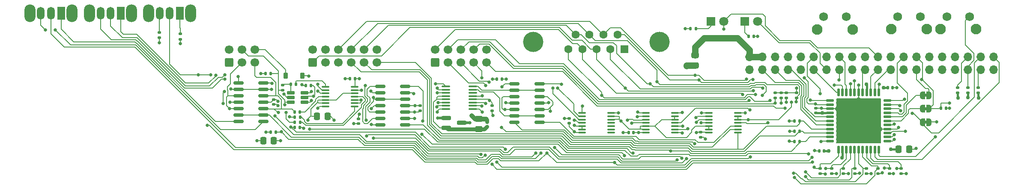
<source format=gbr>
%TF.GenerationSoftware,KiCad,Pcbnew,8.0.6*%
%TF.CreationDate,2024-10-21T11:50:30+02:00*%
%TF.ProjectId,rgb-to-hdmi,7267622d-746f-42d6-9864-6d692e6b6963,rev?*%
%TF.SameCoordinates,Original*%
%TF.FileFunction,Copper,L1,Top*%
%TF.FilePolarity,Positive*%
%FSLAX46Y46*%
G04 Gerber Fmt 4.6, Leading zero omitted, Abs format (unit mm)*
G04 Created by KiCad (PCBNEW 8.0.6) date 2024-10-21 11:50:30*
%MOMM*%
%LPD*%
G01*
G04 APERTURE LIST*
G04 Aperture macros list*
%AMRoundRect*
0 Rectangle with rounded corners*
0 $1 Rounding radius*
0 $2 $3 $4 $5 $6 $7 $8 $9 X,Y pos of 4 corners*
0 Add a 4 corners polygon primitive as box body*
4,1,4,$2,$3,$4,$5,$6,$7,$8,$9,$2,$3,0*
0 Add four circle primitives for the rounded corners*
1,1,$1+$1,$2,$3*
1,1,$1+$1,$4,$5*
1,1,$1+$1,$6,$7*
1,1,$1+$1,$8,$9*
0 Add four rect primitives between the rounded corners*
20,1,$1+$1,$2,$3,$4,$5,0*
20,1,$1+$1,$4,$5,$6,$7,0*
20,1,$1+$1,$6,$7,$8,$9,0*
20,1,$1+$1,$8,$9,$2,$3,0*%
%AMFreePoly0*
4,1,19,0.500000,-0.750000,0.000000,-0.750000,0.000000,-0.744911,-0.071157,-0.744911,-0.207708,-0.704816,-0.327430,-0.627875,-0.420627,-0.520320,-0.479746,-0.390866,-0.500000,-0.250000,-0.500000,0.250000,-0.479746,0.390866,-0.420627,0.520320,-0.327430,0.627875,-0.207708,0.704816,-0.071157,0.744911,0.000000,0.744911,0.000000,0.750000,0.500000,0.750000,0.500000,-0.750000,0.500000,-0.750000,
$1*%
%AMFreePoly1*
4,1,19,0.000000,0.744911,0.071157,0.744911,0.207708,0.704816,0.327430,0.627875,0.420627,0.520320,0.479746,0.390866,0.500000,0.250000,0.500000,-0.250000,0.479746,-0.390866,0.420627,-0.520320,0.327430,-0.627875,0.207708,-0.704816,0.071157,-0.744911,0.000000,-0.744911,0.000000,-0.750000,-0.500000,-0.750000,-0.500000,0.750000,0.000000,0.750000,0.000000,0.744911,0.000000,0.744911,
$1*%
G04 Aperture macros list end*
%TA.AperFunction,EtchedComponent*%
%ADD10C,0.000000*%
%TD*%
%TA.AperFunction,SMDPad,CuDef*%
%ADD11FreePoly0,0.000000*%
%TD*%
%TA.AperFunction,SMDPad,CuDef*%
%ADD12FreePoly1,0.000000*%
%TD*%
%TA.AperFunction,SMDPad,CuDef*%
%ADD13FreePoly0,180.000000*%
%TD*%
%TA.AperFunction,SMDPad,CuDef*%
%ADD14FreePoly1,180.000000*%
%TD*%
%TA.AperFunction,SMDPad,CuDef*%
%ADD15RoundRect,0.250000X-0.337500X-0.475000X0.337500X-0.475000X0.337500X0.475000X-0.337500X0.475000X0*%
%TD*%
%TA.AperFunction,SMDPad,CuDef*%
%ADD16RoundRect,0.140000X0.170000X-0.140000X0.170000X0.140000X-0.170000X0.140000X-0.170000X-0.140000X0*%
%TD*%
%TA.AperFunction,SMDPad,CuDef*%
%ADD17RoundRect,0.140000X-0.140000X-0.170000X0.140000X-0.170000X0.140000X0.170000X-0.140000X0.170000X0*%
%TD*%
%TA.AperFunction,SMDPad,CuDef*%
%ADD18RoundRect,0.140000X0.140000X0.170000X-0.140000X0.170000X-0.140000X-0.170000X0.140000X-0.170000X0*%
%TD*%
%TA.AperFunction,SMDPad,CuDef*%
%ADD19RoundRect,0.135000X0.185000X-0.135000X0.185000X0.135000X-0.185000X0.135000X-0.185000X-0.135000X0*%
%TD*%
%TA.AperFunction,SMDPad,CuDef*%
%ADD20RoundRect,0.135000X-0.135000X-0.185000X0.135000X-0.185000X0.135000X0.185000X-0.135000X0.185000X0*%
%TD*%
%TA.AperFunction,SMDPad,CuDef*%
%ADD21RoundRect,0.135000X0.135000X0.185000X-0.135000X0.185000X-0.135000X-0.185000X0.135000X-0.185000X0*%
%TD*%
%TA.AperFunction,ComponentPad*%
%ADD22C,2.100000*%
%TD*%
%TA.AperFunction,ComponentPad*%
%ADD23C,1.750000*%
%TD*%
%TA.AperFunction,SMDPad,CuDef*%
%ADD24RoundRect,0.137500X0.600000X0.137500X-0.600000X0.137500X-0.600000X-0.137500X0.600000X-0.137500X0*%
%TD*%
%TA.AperFunction,SMDPad,CuDef*%
%ADD25RoundRect,0.137500X0.137500X0.600000X-0.137500X0.600000X-0.137500X-0.600000X0.137500X-0.600000X0*%
%TD*%
%TA.AperFunction,ComponentPad*%
%ADD26RoundRect,0.250000X0.600000X-0.600000X0.600000X0.600000X-0.600000X0.600000X-0.600000X-0.600000X0*%
%TD*%
%TA.AperFunction,ComponentPad*%
%ADD27C,1.700000*%
%TD*%
%TA.AperFunction,ComponentPad*%
%ADD28R,1.800000X1.800000*%
%TD*%
%TA.AperFunction,ComponentPad*%
%ADD29C,1.800000*%
%TD*%
%TA.AperFunction,SMDPad,CuDef*%
%ADD30RoundRect,0.135000X-0.185000X0.135000X-0.185000X-0.135000X0.185000X-0.135000X0.185000X0.135000X0*%
%TD*%
%TA.AperFunction,SMDPad,CuDef*%
%ADD31RoundRect,0.100000X0.637500X0.100000X-0.637500X0.100000X-0.637500X-0.100000X0.637500X-0.100000X0*%
%TD*%
%TA.AperFunction,SMDPad,CuDef*%
%ADD32RoundRect,0.100000X-0.712500X-0.100000X0.712500X-0.100000X0.712500X0.100000X-0.712500X0.100000X0*%
%TD*%
%TA.AperFunction,SMDPad,CuDef*%
%ADD33RoundRect,0.250000X0.475000X-0.337500X0.475000X0.337500X-0.475000X0.337500X-0.475000X-0.337500X0*%
%TD*%
%TA.AperFunction,SMDPad,CuDef*%
%ADD34RoundRect,0.140000X-0.170000X0.140000X-0.170000X-0.140000X0.170000X-0.140000X0.170000X0.140000X0*%
%TD*%
%TA.AperFunction,SMDPad,CuDef*%
%ADD35RoundRect,0.100000X-0.637500X-0.100000X0.637500X-0.100000X0.637500X0.100000X-0.637500X0.100000X0*%
%TD*%
%TA.AperFunction,SMDPad,CuDef*%
%ADD36RoundRect,0.150000X-0.825000X-0.150000X0.825000X-0.150000X0.825000X0.150000X-0.825000X0.150000X0*%
%TD*%
%TA.AperFunction,SMDPad,CuDef*%
%ADD37RoundRect,0.200000X-0.750000X-0.200000X0.750000X-0.200000X0.750000X0.200000X-0.750000X0.200000X0*%
%TD*%
%TA.AperFunction,SMDPad,CuDef*%
%ADD38RoundRect,0.225000X0.225000X0.375000X-0.225000X0.375000X-0.225000X-0.375000X0.225000X-0.375000X0*%
%TD*%
%TA.AperFunction,ComponentPad*%
%ADD39O,2.200000X3.500000*%
%TD*%
%TA.AperFunction,ComponentPad*%
%ADD40R,1.500000X2.500000*%
%TD*%
%TA.AperFunction,ComponentPad*%
%ADD41O,1.500000X2.500000*%
%TD*%
%TA.AperFunction,SMDPad,CuDef*%
%ADD42RoundRect,0.250000X0.337500X0.475000X-0.337500X0.475000X-0.337500X-0.475000X0.337500X-0.475000X0*%
%TD*%
%TA.AperFunction,SMDPad,CuDef*%
%ADD43RoundRect,0.150000X0.825000X0.150000X-0.825000X0.150000X-0.825000X-0.150000X0.825000X-0.150000X0*%
%TD*%
%TA.AperFunction,SMDPad,CuDef*%
%ADD44RoundRect,0.162500X-0.617500X-0.162500X0.617500X-0.162500X0.617500X0.162500X-0.617500X0.162500X0*%
%TD*%
%TA.AperFunction,SMDPad,CuDef*%
%ADD45RoundRect,0.250000X-0.475000X0.337500X-0.475000X-0.337500X0.475000X-0.337500X0.475000X0.337500X0*%
%TD*%
%TA.AperFunction,ComponentPad*%
%ADD46C,4.000000*%
%TD*%
%TA.AperFunction,ComponentPad*%
%ADD47R,1.600000X1.600000*%
%TD*%
%TA.AperFunction,ComponentPad*%
%ADD48C,1.600000*%
%TD*%
%TA.AperFunction,ComponentPad*%
%ADD49O,1.700000X1.700000*%
%TD*%
%TA.AperFunction,ViaPad*%
%ADD50C,0.762000*%
%TD*%
%TA.AperFunction,ViaPad*%
%ADD51C,0.660400*%
%TD*%
%TA.AperFunction,Conductor*%
%ADD52C,0.203200*%
%TD*%
%TA.AperFunction,Conductor*%
%ADD53C,0.381000*%
%TD*%
%TA.AperFunction,Conductor*%
%ADD54C,1.270000*%
%TD*%
%TA.AperFunction,Conductor*%
%ADD55C,0.500000*%
%TD*%
%TA.AperFunction,Conductor*%
%ADD56C,0.762000*%
%TD*%
%TA.AperFunction,Conductor*%
%ADD57C,0.889000*%
%TD*%
G04 APERTURE END LIST*
D10*
%TA.AperFunction,EtchedComponent*%
%TO.C,JP2*%
G36*
X166310000Y-52854000D02*
G01*
X165810000Y-52854000D01*
X165810000Y-52254000D01*
X166310000Y-52254000D01*
X166310000Y-52854000D01*
G37*
%TD.AperFunction*%
%TA.AperFunction,EtchedComponent*%
%TO.C,JP1*%
G36*
X166310000Y-47520000D02*
G01*
X165810000Y-47520000D01*
X165810000Y-46920000D01*
X166310000Y-46920000D01*
X166310000Y-47520000D01*
G37*
%TD.AperFunction*%
%TA.AperFunction,EtchedComponent*%
%TO.C,JP4*%
G36*
X166310000Y-50187000D02*
G01*
X165810000Y-50187000D01*
X165810000Y-49587000D01*
X166310000Y-49587000D01*
X166310000Y-50187000D01*
G37*
%TD.AperFunction*%
%TD*%
D11*
%TO.P,JP2,1,A*%
%TO.N,/GPIO20_sp_clk*%
X165410000Y-52554000D03*
D12*
%TO.P,JP2,2,B*%
%TO.N,/SPCLK*%
X166710000Y-52554000D03*
%TD*%
D13*
%TO.P,JP1,1,A*%
%TO.N,/GPIO0_sp_data*%
X166710000Y-47220000D03*
D14*
%TO.P,JP1,2,B*%
%TO.N,/SPDATA*%
X165410000Y-47220000D03*
%TD*%
D13*
%TO.P,JP4,1,A*%
%TO.N,/GPIO1_sp_clken*%
X166710000Y-49887000D03*
D14*
%TO.P,JP4,2,B*%
%TO.N,/CLKEN*%
X165410000Y-49887000D03*
%TD*%
D15*
%TO.P,C1,1*%
%TO.N,/3V3*%
X160689500Y-57888000D03*
%TO.P,C1,2*%
%TO.N,GND*%
X162764500Y-57888000D03*
%TD*%
D16*
%TO.P,C2,1*%
%TO.N,/3V3*%
X144328000Y-50748000D03*
%TO.P,C2,2*%
%TO.N,GND*%
X144328000Y-49788000D03*
%TD*%
D17*
%TO.P,C3,1*%
%TO.N,/3V3*%
X158526600Y-45746800D03*
%TO.P,C3,2*%
%TO.N,GND*%
X159486600Y-45746800D03*
%TD*%
D18*
%TO.P,C4,1*%
%TO.N,/3V3*%
X145929500Y-58269000D03*
%TO.P,C4,2*%
%TO.N,GND*%
X144969500Y-58269000D03*
%TD*%
D19*
%TO.P,R1,1*%
%TO.N,/3V3*%
X172395000Y-46714000D03*
%TO.P,R1,2*%
%TO.N,/GPIO16*%
X172395000Y-45694000D03*
%TD*%
%TO.P,R2,1*%
%TO.N,/3V3*%
X176459000Y-46714000D03*
%TO.P,R2,2*%
%TO.N,/GPIO26*%
X176459000Y-45694000D03*
%TD*%
%TO.P,R3,1*%
%TO.N,/3V3*%
X174427000Y-46714000D03*
%TO.P,R3,2*%
%TO.N,/GPIO19*%
X174427000Y-45694000D03*
%TD*%
D20*
%TO.P,R4,1*%
%TO.N,Net-(D1-K)*%
X131032000Y-35536000D03*
%TO.P,R4,2*%
%TO.N,GND*%
X132052000Y-35536000D03*
%TD*%
D21*
%TO.P,R5,1*%
%TO.N,Net-(D2-K)*%
X120583000Y-34012000D03*
%TO.P,R5,2*%
%TO.N,GND*%
X119563000Y-34012000D03*
%TD*%
D22*
%TO.P,SW1,*%
%TO.N,*%
X144587600Y-34182500D03*
X151597600Y-34182500D03*
D23*
%TO.P,SW1,1,1*%
%TO.N,GND*%
X145837600Y-31692500D03*
%TO.P,SW1,2,2*%
%TO.N,/GPIO16*%
X150337600Y-31692500D03*
%TD*%
D22*
%TO.P,SW2,*%
%TO.N,*%
X159218000Y-34165200D03*
X166228000Y-34165200D03*
D23*
%TO.P,SW2,1,1*%
%TO.N,GND*%
X160468000Y-31675200D03*
%TO.P,SW2,2,2*%
%TO.N,/GPIO26*%
X164968000Y-31675200D03*
%TD*%
D22*
%TO.P,SW3,*%
%TO.N,*%
X168960600Y-34165200D03*
X175970600Y-34165200D03*
D23*
%TO.P,SW3,1,1*%
%TO.N,GND*%
X170210600Y-31675200D03*
%TO.P,SW3,2,2*%
%TO.N,/GPIO19*%
X174710600Y-31675200D03*
%TD*%
D24*
%TO.P,U1,1,F1M14/GCK3*%
%TO.N,/GPIO13_Q11*%
X158443500Y-56300000D03*
%TO.P,U1,2,F1M15*%
%TO.N,/GPIO6_Q04*%
X158443500Y-55500000D03*
%TO.P,U1,3,F1M17*%
%TO.N,/GPIO12_Q10*%
X158443500Y-54700000D03*
%TO.P,U1,4,GND*%
%TO.N,GND*%
X158443500Y-53900000D03*
%TO.P,U1,5,F3M2*%
%TO.N,/GPIO5_Q03*%
X158443500Y-53100000D03*
%TO.P,U1,6,F3M5*%
%TO.N,/CLKEN*%
X158443500Y-52300000D03*
%TO.P,U1,7,F3M8*%
%TO.N,/SPDATA*%
X158443500Y-51500000D03*
%TO.P,U1,8,F3M9*%
%TO.N,/GPIO7_Q05*%
X158443500Y-50700000D03*
%TO.P,U1,9,TDI*%
%TO.N,/GPIO0_sp_data*%
X158443500Y-49900000D03*
%TO.P,U1,10,TMS*%
%TO.N,/GPIO1_sp_clken*%
X158443500Y-49100000D03*
%TO.P,U1,11,TCK*%
%TO.N,/GPIO20_sp_clk*%
X158443500Y-48300000D03*
D25*
%TO.P,U1,12,F3M11*%
%TO.N,/GPIO8_Q06*%
X156781000Y-46637500D03*
%TO.P,U1,13,F3M14*%
%TO.N,/GPIO11_Q09*%
X155981000Y-46637500D03*
%TO.P,U1,14,F3M15*%
%TO.N,/GPIO9_Q07*%
X155181000Y-46637500D03*
%TO.P,U1,15,VCCINT*%
%TO.N,/3V3*%
X154381000Y-46637500D03*
%TO.P,U1,16,F3M17*%
%TO.N,/GPIO10_Q08*%
X153581000Y-46637500D03*
%TO.P,U1,17,GND*%
%TO.N,GND*%
X152781000Y-46637500D03*
%TO.P,U1,18,F3M16*%
%TO.N,/B0*%
X151981000Y-46637500D03*
%TO.P,U1,19,F4M2*%
%TO.N,/DETECT*%
X151181000Y-46637500D03*
%TO.P,U1,20,F4M5*%
%TO.N,/GPIO23_csync*%
X150381000Y-46637500D03*
%TO.P,U1,21,F4M8*%
%TO.N,/R0*%
X149581000Y-46637500D03*
%TO.P,U1,22,F4M11*%
%TO.N,/GPIO17_psync*%
X148781000Y-46637500D03*
D24*
%TO.P,U1,23,F4M14*%
%TO.N,/SYNC*%
X147118500Y-48300000D03*
%TO.P,U1,24,TDO*%
%TO.N,/GPIO24_mux*%
X147118500Y-49100000D03*
%TO.P,U1,25,GND*%
%TO.N,GND*%
X147118500Y-49900000D03*
%TO.P,U1,26,VCCIO*%
%TO.N,/3V3*%
X147118500Y-50700000D03*
%TO.P,U1,27,F4M15*%
%TO.N,/GPIO4_Q02*%
X147118500Y-51500000D03*
%TO.P,U1,28,F4M17*%
%TO.N,/GPIO3_Q01*%
X147118500Y-52300000D03*
%TO.P,U1,29,F2M2*%
%TO.N,/GPIO2_Q00*%
X147118500Y-53100000D03*
%TO.P,U1,30,F2M5*%
%TO.N,/B3*%
X147118500Y-53900000D03*
%TO.P,U1,31,F2M6*%
%TO.N,/G3*%
X147118500Y-54700000D03*
%TO.P,U1,32,F2M8*%
%TO.N,/R3*%
X147118500Y-55500000D03*
%TO.P,U1,33,F2M9/GSR*%
%TO.N,/GPIO18_Version*%
X147118500Y-56300000D03*
D25*
%TO.P,U1,34,F2M11/GTS2*%
%TO.N,/R2*%
X148781000Y-57962500D03*
%TO.P,U1,35,VCCINT*%
%TO.N,/3V3*%
X149581000Y-57962500D03*
%TO.P,U1,36,F2M14/GTS1*%
%TO.N,/G2*%
X150381000Y-57962500D03*
%TO.P,U1,37,F2M15*%
%TO.N,/B2*%
X151181000Y-57962500D03*
%TO.P,U1,38,F2M17*%
%TO.N,/B1*%
X151981000Y-57962500D03*
%TO.P,U1,39,F1M2*%
%TO.N,/R1*%
X152781000Y-57962500D03*
%TO.P,U1,40,F1M5*%
%TO.N,/G1*%
X153581000Y-57962500D03*
%TO.P,U1,41,F1M6*%
%TO.N,/VSYNC*%
X154381000Y-57962500D03*
%TO.P,U1,42,F1M8*%
%TO.N,/G0*%
X155181000Y-57962500D03*
%TO.P,U1,43,F1M9/GCK1*%
%TO.N,/GPIO21_clk*%
X155981000Y-57962500D03*
%TO.P,U1,44,F1M11/GCK2*%
%TO.N,/SPCLK*%
X156781000Y-57962500D03*
%TD*%
D19*
%TO.P,R7,1*%
%TO.N,/GPIO0_sp_data*%
X138486000Y-47728000D03*
%TO.P,R7,2*%
%TO.N,GND*%
X138486000Y-46708000D03*
%TD*%
D26*
%TO.P,P2,1,Pin_1*%
%TO.N,/R1*%
X44887000Y-40717600D03*
D27*
%TO.P,P2,2,Pin_2*%
%TO.N,/B1*%
X44887000Y-38177600D03*
%TO.P,P2,3,Pin_3*%
%TO.N,GND*%
X47427000Y-40717600D03*
%TO.P,P2,4,Pin_4*%
%TO.N,/G2*%
X47427000Y-38177600D03*
%TO.P,P2,5,Pin_5*%
%TO.N,/R2*%
X49967000Y-40717600D03*
%TO.P,P2,6,Pin_6*%
%TO.N,/B2*%
X49967000Y-38177600D03*
%TO.P,P2,7,Pin_7*%
%TO.N,/R3*%
X52507000Y-40717600D03*
%TO.P,P2,8,Pin_8*%
%TO.N,/SYNC*%
X52507000Y-38177600D03*
%TO.P,P2,9,Pin_9*%
%TO.N,/G3*%
X55047000Y-40717600D03*
%TO.P,P2,10,Pin_10*%
%TO.N,/VSYNC*%
X55047000Y-38177600D03*
%TO.P,P2,11,Pin_11*%
%TO.N,/B3*%
X57587000Y-40717600D03*
%TO.P,P2,12,Pin_12*%
%TO.N,/VCC*%
X57587000Y-38177600D03*
%TD*%
D26*
%TO.P,P5,1,Pin_1*%
%TO.N,unconnected-(P5-Pin_1-Pad1)*%
X69067800Y-40768400D03*
D27*
%TO.P,P5,2,Pin_2*%
%TO.N,/G1*%
X69067800Y-38228400D03*
%TO.P,P5,3,Pin_3*%
%TO.N,/GPIO22_analog*%
X71607800Y-40768400D03*
%TO.P,P5,4,Pin_4*%
%TO.N,/R0*%
X71607800Y-38228400D03*
%TO.P,P5,5,Pin_5*%
%TO.N,/GPIO1_sp_clken*%
X74147800Y-40768400D03*
%TO.P,P5,6,Pin_6*%
%TO.N,/G0*%
X74147800Y-38228400D03*
%TO.P,P5,7,Pin_7*%
%TO.N,/GPIO0_sp_data*%
X76687800Y-40768400D03*
%TO.P,P5,8,Pin_8*%
%TO.N,/B0*%
X76687800Y-38228400D03*
%TO.P,P5,9,Pin_9*%
%TO.N,/GPIO24_mux*%
X79227800Y-40768400D03*
%TO.P,P5,10,Pin_10*%
%TO.N,/GPIO25_mode7*%
X79227800Y-38228400D03*
%TD*%
D28*
%TO.P,D1,1,K*%
%TO.N,Net-(D1-K)*%
X130272000Y-32599040D03*
D29*
%TO.P,D1,2,A*%
%TO.N,/GPIO27_genlock*%
X132812000Y-32599040D03*
%TD*%
D28*
%TO.P,D2,1,K*%
%TO.N,Net-(D2-K)*%
X123576200Y-32599040D03*
D29*
%TO.P,D2,2,A*%
%TO.N,/GPIO25_mode7*%
X126116200Y-32599040D03*
%TD*%
D30*
%TO.P,R18,1*%
%TO.N,/G2*%
X147503000Y-61696000D03*
%TO.P,R18,2*%
%TO.N,GND*%
X147503000Y-62716000D03*
%TD*%
D16*
%TO.P,C13,1*%
%TO.N,/VANALOG*%
X79329400Y-53463200D03*
%TO.P,C13,2*%
%TO.N,GND*%
X79329400Y-52503200D03*
%TD*%
D30*
%TO.P,R33,1*%
%TO.N,Net-(SW4-C)*%
X14534000Y-34834500D03*
%TO.P,R33,2*%
%TO.N,GND*%
X14534000Y-35854500D03*
%TD*%
D31*
%TO.P,U9,1*%
%TO.N,/B3*%
X128927900Y-54636800D03*
%TO.P,U9,2*%
%TO.N,/B3_A*%
X128927900Y-53986800D03*
%TO.P,U9,3*%
%TO.N,/R2_A*%
X128927900Y-53336800D03*
%TO.P,U9,4*%
%TO.N,/R2*%
X128927900Y-52686800D03*
%TO.P,U9,5*%
%TO.N,/DETECT*%
X128927900Y-52036800D03*
%TO.P,U9,6*%
X128927900Y-51386800D03*
%TO.P,U9,7,VSS*%
%TO.N,GND*%
X128927900Y-50736800D03*
%TO.P,U9,8*%
%TO.N,/G2*%
X123202900Y-50736800D03*
%TO.P,U9,9*%
%TO.N,/G2_A*%
X123202900Y-51386800D03*
%TO.P,U9,10*%
%TO.N,/B2_A*%
X123202900Y-52036800D03*
%TO.P,U9,11*%
%TO.N,/B2*%
X123202900Y-52686800D03*
%TO.P,U9,12*%
%TO.N,/DETECT*%
X123202900Y-53336800D03*
%TO.P,U9,13*%
X123202900Y-53986800D03*
%TO.P,U9,14,VDD*%
%TO.N,/VCC*%
X123202900Y-54636800D03*
%TD*%
D32*
%TO.P,U4,1,OUTB*%
%TO.N,/REFGYLO*%
X71205500Y-45505500D03*
%TO.P,U4,2,OUTA*%
%TO.N,/REFGYHI*%
X71205500Y-46140500D03*
%TO.P,U4,3,GND*%
%TO.N,GND*%
X71205500Y-46775500D03*
%TO.P,U4,4,VDD*%
%TO.N,/VANALOG*%
X71205500Y-47410500D03*
%TO.P,U4,5,REF*%
X71205500Y-48045500D03*
%TO.P,U4,6,LDAC*%
%TO.N,GND*%
X71205500Y-48680500D03*
%TO.P,U4,7,OUTE*%
%TO.N,/REFGYSYNC*%
X71205500Y-49315500D03*
%TO.P,U4,8,OUTF*%
%TO.N,/REFSYNC*%
X71205500Y-49950500D03*
%TO.P,U4,9,OUTG*%
%TO.N,/CLAMPLVL*%
X76480500Y-49950500D03*
%TO.P,U4,10,OUTH*%
%TO.N,/SPARE*%
X76480500Y-49315500D03*
%TO.P,U4,11,CS*%
%TO.N,/GPIO22_analog*%
X76480500Y-48680500D03*
%TO.P,U4,12,SCLK*%
%TO.N,/GPIO1_sp_clken*%
X76480500Y-48045500D03*
%TO.P,U4,13,DIN*%
%TO.N,/GPIO0_sp_data*%
X76480500Y-47410500D03*
%TO.P,U4,14,DOUT*%
%TO.N,unconnected-(U4-DOUT-Pad14)*%
X76480500Y-46775500D03*
%TO.P,U4,15,OUTD*%
%TO.N,/REFRBUVLO*%
X76480500Y-46140500D03*
%TO.P,U4,16,OUTC*%
%TO.N,/REFRBUVHI*%
X76480500Y-45505500D03*
%TD*%
D33*
%TO.P,C12,1*%
%TO.N,/VANALOG*%
X77703800Y-53976400D03*
%TO.P,C12,2*%
%TO.N,GND*%
X77703800Y-51901400D03*
%TD*%
D34*
%TO.P,C16,1*%
%TO.N,/VCC*%
X53929400Y-51898800D03*
%TO.P,C16,2*%
%TO.N,GND*%
X53929400Y-52858800D03*
%TD*%
%TO.P,C19,1*%
%TO.N,/VCC*%
X121595000Y-54563200D03*
%TO.P,C19,2*%
%TO.N,GND*%
X121595000Y-55523200D03*
%TD*%
D35*
%TO.P,U10,1*%
%TO.N,/SYNC*%
X110723800Y-50736800D03*
%TO.P,U10,2*%
%TO.N,/SYNC_A*%
X110723800Y-51386800D03*
%TO.P,U10,3*%
%TO.N,/VSYNC_A*%
X110723800Y-52036800D03*
%TO.P,U10,4*%
%TO.N,/VSYNC*%
X110723800Y-52686800D03*
%TO.P,U10,5*%
%TO.N,/DETECT*%
X110723800Y-53336800D03*
%TO.P,U10,6*%
X110723800Y-53986800D03*
%TO.P,U10,7,VSS*%
%TO.N,/VCC*%
X110723800Y-54636800D03*
%TO.P,U10,8*%
%TO.N,/R3*%
X116448800Y-54636800D03*
%TO.P,U10,9*%
%TO.N,/R3_A*%
X116448800Y-53986800D03*
%TO.P,U10,10*%
%TO.N,/G0_A*%
X116448800Y-53336800D03*
%TO.P,U10,11*%
%TO.N,/G0*%
X116448800Y-52686800D03*
%TO.P,U10,12*%
%TO.N,/DETECT*%
X116448800Y-52036800D03*
%TO.P,U10,13*%
X116448800Y-51386800D03*
%TO.P,U10,14,VDD*%
%TO.N,GND*%
X116448800Y-50736800D03*
%TD*%
D18*
%TO.P,C18,1*%
%TO.N,/VCC*%
X108260000Y-54586000D03*
%TO.P,C18,2*%
%TO.N,GND*%
X107300000Y-54586000D03*
%TD*%
D30*
%TO.P,R17,1*%
%TO.N,/R1*%
X154361000Y-61696000D03*
%TO.P,R17,2*%
%TO.N,GND*%
X154361000Y-62716000D03*
%TD*%
D18*
%TO.P,C8,1*%
%TO.N,/VCC*%
X82247800Y-44019600D03*
%TO.P,C8,2*%
%TO.N,GND*%
X81287800Y-44019600D03*
%TD*%
D36*
%TO.P,U6,1*%
%TO.N,/G0_A*%
X58222000Y-45442000D03*
%TO.P,U6,2,-*%
%TO.N,/REFGYHI*%
X58222000Y-46712000D03*
%TO.P,U6,3,+*%
%TO.N,/SGREEN*%
X58222000Y-47982000D03*
%TO.P,U6,4,VCC*%
%TO.N,/VCC*%
X58222000Y-49252000D03*
%TO.P,U6,5,+*%
%TO.N,/SGREEN*%
X58222000Y-50522000D03*
%TO.P,U6,6,-*%
%TO.N,/REFGYLO*%
X58222000Y-51792000D03*
%TO.P,U6,7*%
%TO.N,/G2_A*%
X58222000Y-53062000D03*
%TO.P,U6,8*%
%TO.N,/SYNC_A*%
X63172000Y-53062000D03*
%TO.P,U6,9,-*%
%TO.N,/REFSYNC*%
X63172000Y-51792000D03*
%TO.P,U6,10,+*%
%TO.N,/ASYNC*%
X63172000Y-50522000D03*
%TO.P,U6,11,GND*%
%TO.N,GND*%
X63172000Y-49252000D03*
%TO.P,U6,12,+*%
%TO.N,/SGREEN*%
X63172000Y-47982000D03*
%TO.P,U6,13,-*%
%TO.N,/REFGYSYNC*%
X63172000Y-46712000D03*
%TO.P,U6,14*%
%TO.N,/VSYNC_A*%
X63172000Y-45442000D03*
%TD*%
D18*
%TO.P,C15,1*%
%TO.N,/VCC*%
X53213000Y-43918000D03*
%TO.P,C15,2*%
%TO.N,GND*%
X52253000Y-43918000D03*
%TD*%
D37*
%TO.P,U7,1,GND*%
%TO.N,GND*%
X71300200Y-51756400D03*
%TO.P,U7,2,VO*%
%TO.N,/VANALOG*%
X71300200Y-53656400D03*
%TO.P,U7,3,VI*%
%TO.N,/VCC*%
X74300200Y-52706400D03*
%TD*%
D19*
%TO.P,R13,1*%
%TO.N,/R0*%
X137470000Y-47728000D03*
%TO.P,R13,2*%
%TO.N,GND*%
X137470000Y-46708000D03*
%TD*%
D20*
%TO.P,R28,1*%
%TO.N,/AGREEN*%
X41331000Y-52554000D03*
%TO.P,R28,2*%
%TO.N,Net-(R28-Pad2)*%
X42351000Y-52554000D03*
%TD*%
D19*
%TO.P,R22,1*%
%TO.N,/VCC*%
X18666000Y-36116000D03*
%TO.P,R22,2*%
%TO.N,Net-(SW4-A)*%
X18666000Y-35096000D03*
%TD*%
D20*
%TO.P,R10,1*%
%TO.N,GND*%
X140135000Y-54332000D03*
%TO.P,R10,2*%
%TO.N,/G3*%
X141155000Y-54332000D03*
%TD*%
D34*
%TO.P,C6,1*%
%TO.N,/VCC*%
X37140000Y-48109000D03*
%TO.P,C6,2*%
%TO.N,GND*%
X37140000Y-49069000D03*
%TD*%
D38*
%TO.P,D3,1,K*%
%TO.N,/VCC*%
X42777800Y-43359200D03*
%TO.P,D3,2,A*%
%TO.N,/VCC_IN*%
X39477800Y-43359200D03*
%TD*%
D39*
%TO.P,SW5,*%
%TO.N,*%
X9073000Y-30964000D03*
X773000Y-30964000D03*
D40*
%TO.P,SW5,1,A*%
%TO.N,Net-(SW5-A)*%
X6923000Y-30964000D03*
D41*
%TO.P,SW5,2,B*%
%TO.N,/R1_A*%
X4923000Y-30964000D03*
%TO.P,SW5,3,C*%
%TO.N,Net-(SW5-C)*%
X2923000Y-30964000D03*
%TD*%
D42*
%TO.P,C9,1*%
%TO.N,/CLAMPLVL*%
X37161500Y-56237000D03*
%TO.P,C9,2*%
%TO.N,GND*%
X35086500Y-56237000D03*
%TD*%
D43*
%TO.P,U8,1*%
%TO.N,Net-(SW6-C)*%
X35108000Y-52427000D03*
%TO.P,U8,2,-*%
%TO.N,/SPARE*%
X35108000Y-51157000D03*
%TO.P,U8,3,+*%
%TO.N,/ARED*%
X35108000Y-49887000D03*
%TO.P,U8,4,VCC*%
%TO.N,/VCC*%
X35108000Y-48617000D03*
%TO.P,U8,5,+*%
%TO.N,/ARED*%
X35108000Y-47347000D03*
%TO.P,U8,6,-*%
%TO.N,/CLAMPLVL*%
X35108000Y-46077000D03*
%TO.P,U8,7*%
%TO.N,Net-(SW5-C)*%
X35108000Y-44807000D03*
%TO.P,U8,8*%
%TO.N,Net-(SW5-A)*%
X30158000Y-44807000D03*
%TO.P,U8,9,-*%
%TO.N,/CLAMPLVL*%
X30158000Y-46077000D03*
%TO.P,U8,10,+*%
%TO.N,/ABLUE*%
X30158000Y-47347000D03*
%TO.P,U8,11,GND*%
%TO.N,GND*%
X30158000Y-48617000D03*
%TO.P,U8,12,+*%
%TO.N,/ABLUE*%
X30158000Y-49887000D03*
%TO.P,U8,13,-*%
%TO.N,/SPARE*%
X30158000Y-51157000D03*
%TO.P,U8,14*%
%TO.N,Net-(SW6-A)*%
X30158000Y-52427000D03*
%TD*%
D19*
%TO.P,R20,1*%
%TO.N,/SYNC*%
X140518000Y-47730000D03*
%TO.P,R20,2*%
%TO.N,GND*%
X140518000Y-46710000D03*
%TD*%
D39*
%TO.P,SW6,*%
%TO.N,*%
X-2738000Y-30964000D03*
X-11038000Y-30964000D03*
D40*
%TO.P,SW6,1,A*%
%TO.N,Net-(SW6-A)*%
X-4888000Y-30964000D03*
D41*
%TO.P,SW6,2,B*%
%TO.N,/B1_A*%
X-6888000Y-30964000D03*
%TO.P,SW6,3,C*%
%TO.N,Net-(SW6-C)*%
X-8888000Y-30964000D03*
%TD*%
D19*
%TO.P,R6,1*%
%TO.N,GND*%
X152075000Y-62716000D03*
%TO.P,R6,2*%
%TO.N,/B1*%
X152075000Y-61696000D03*
%TD*%
D36*
%TO.P,U5,1*%
%TO.N,/B3_A*%
X84742600Y-44934000D03*
%TO.P,U5,2,-*%
%TO.N,/REFRBUVHI*%
X84742600Y-46204000D03*
%TO.P,U5,3,+*%
%TO.N,/ABLUE*%
X84742600Y-47474000D03*
%TO.P,U5,4,VCC*%
%TO.N,/VCC*%
X84742600Y-48744000D03*
%TO.P,U5,5,+*%
%TO.N,/ABLUE*%
X84742600Y-50014000D03*
%TO.P,U5,6,-*%
%TO.N,/REFRBUVLO*%
X84742600Y-51284000D03*
%TO.P,U5,7*%
%TO.N,/B2_A*%
X84742600Y-52554000D03*
%TO.P,U5,8*%
%TO.N,/R2_A*%
X89692600Y-52554000D03*
%TO.P,U5,9,-*%
%TO.N,/REFRBUVLO*%
X89692600Y-51284000D03*
%TO.P,U5,10,+*%
%TO.N,/ARED*%
X89692600Y-50014000D03*
%TO.P,U5,11,GND*%
%TO.N,GND*%
X89692600Y-48744000D03*
%TO.P,U5,12,+*%
%TO.N,/ARED*%
X89692600Y-47474000D03*
%TO.P,U5,13,-*%
%TO.N,/REFRBUVHI*%
X89692600Y-46204000D03*
%TO.P,U5,14*%
%TO.N,/R3_A*%
X89692600Y-44934000D03*
%TD*%
D19*
%TO.P,R8,1*%
%TO.N,GND*%
X145217000Y-62716000D03*
%TO.P,R8,2*%
%TO.N,/R2*%
X145217000Y-61696000D03*
%TD*%
D20*
%TO.P,R29,1*%
%TO.N,/ARED*%
X41329000Y-50522000D03*
%TO.P,R29,2*%
%TO.N,Net-(R29-Pad2)*%
X42349000Y-50522000D03*
%TD*%
D35*
%TO.P,U11,1*%
%TO.N,/B1*%
X98140800Y-50736800D03*
%TO.P,U11,2*%
%TO.N,/B1_A*%
X98140800Y-51386800D03*
%TO.P,U11,3*%
%TO.N,/R1_A*%
X98140800Y-52036800D03*
%TO.P,U11,4*%
%TO.N,/R1*%
X98140800Y-52686800D03*
%TO.P,U11,5*%
%TO.N,/DETECT*%
X98140800Y-53336800D03*
%TO.P,U11,6*%
X98140800Y-53986800D03*
%TO.P,U11,7,VSS*%
%TO.N,/VCC*%
X98140800Y-54636800D03*
%TO.P,U11,8*%
%TO.N,unconnected-(U11-Pad8)*%
X103865800Y-54636800D03*
%TO.P,U11,9*%
%TO.N,unconnected-(U11-Pad9)*%
X103865800Y-53986800D03*
%TO.P,U11,10*%
%TO.N,unconnected-(U11-Pad10)*%
X103865800Y-53336800D03*
%TO.P,U11,11*%
%TO.N,unconnected-(U11-Pad11)*%
X103865800Y-52686800D03*
%TO.P,U11,12*%
%TO.N,/DETECT*%
X103865800Y-52036800D03*
%TO.P,U11,13*%
X103865800Y-51386800D03*
%TO.P,U11,14,VDD*%
%TO.N,GND*%
X103865800Y-50736800D03*
%TD*%
D30*
%TO.P,R21,1*%
%TO.N,/VSYNC*%
X158933000Y-61696000D03*
%TO.P,R21,2*%
%TO.N,GND*%
X158933000Y-62716000D03*
%TD*%
D44*
%TO.P,U2,1*%
%TO.N,/CGREEN*%
X40569000Y-46712000D03*
%TO.P,U2,2,GND*%
%TO.N,GND*%
X40569000Y-47662000D03*
%TO.P,U2,3*%
%TO.N,/AGREEN*%
X40569000Y-48612000D03*
%TO.P,U2,4*%
%TO.N,/SGREEN*%
X43269000Y-48612000D03*
%TO.P,U2,5,V+*%
%TO.N,/VCC*%
X43269000Y-47662000D03*
%TO.P,U2,6*%
%TO.N,/GPIO0_sp_data*%
X43269000Y-46712000D03*
%TD*%
D21*
%TO.P,R30,1*%
%TO.N,/ARED*%
X37573800Y-54535200D03*
%TO.P,R30,2*%
%TO.N,GND*%
X36553800Y-54535200D03*
%TD*%
D20*
%TO.P,R27,1*%
%TO.N,/ABLUE*%
X41331000Y-51538000D03*
%TO.P,R27,2*%
%TO.N,Net-(R27-Pad2)*%
X42351000Y-51538000D03*
%TD*%
D30*
%TO.P,R19,1*%
%TO.N,/B2*%
X149789000Y-61696000D03*
%TO.P,R19,2*%
%TO.N,GND*%
X149789000Y-62716000D03*
%TD*%
D20*
%TO.P,R9,1*%
%TO.N,GND*%
X140135000Y-56364000D03*
%TO.P,R9,2*%
%TO.N,/R3*%
X141155000Y-56364000D03*
%TD*%
%TO.P,R11,1*%
%TO.N,GND*%
X140135000Y-52300000D03*
%TO.P,R11,2*%
%TO.N,/B3*%
X141155000Y-52300000D03*
%TD*%
D16*
%TO.P,C7,1*%
%TO.N,/AGREEN*%
X38943400Y-46198800D03*
%TO.P,C7,2*%
%TO.N,/CGREEN*%
X38943400Y-45238800D03*
%TD*%
D21*
%TO.P,R23,1*%
%TO.N,/TERM*%
X170058200Y-49810800D03*
%TO.P,R23,2*%
%TO.N,/GPIO1_sp_clken*%
X169038200Y-49810800D03*
%TD*%
D26*
%TO.P,J1,1,Pin_1*%
%TO.N,GND*%
X28377000Y-40717600D03*
D27*
%TO.P,J1,2,Pin_2*%
%TO.N,/ASYNC*%
X28377000Y-38177600D03*
%TO.P,J1,3,Pin_3*%
%TO.N,/ABLUE*%
X30917000Y-40717600D03*
%TO.P,J1,4,Pin_4*%
%TO.N,/AGREEN*%
X30917000Y-38177600D03*
%TO.P,J1,5,Pin_5*%
%TO.N,/ARED*%
X33457000Y-40717600D03*
%TO.P,J1,6,Pin_6*%
%TO.N,/VCC_IN*%
X33457000Y-38177600D03*
%TD*%
D30*
%TO.P,R24,1*%
%TO.N,/GPIO1_sp_clken*%
X80294600Y-49302800D03*
%TO.P,R24,2*%
%TO.N,GND*%
X80294600Y-50322800D03*
%TD*%
D16*
%TO.P,C17,1*%
%TO.N,/VCC*%
X95585400Y-52780000D03*
%TO.P,C17,2*%
%TO.N,GND*%
X95585400Y-51820000D03*
%TD*%
D15*
%TO.P,C11,1*%
%TO.N,/TERM*%
X45729100Y-51436400D03*
%TO.P,C11,2*%
%TO.N,GND*%
X47804100Y-51436400D03*
%TD*%
D19*
%TO.P,R25,1*%
%TO.N,/ASYNC*%
X66070600Y-50270000D03*
%TO.P,R25,2*%
%TO.N,GND*%
X66070600Y-49250000D03*
%TD*%
D30*
%TO.P,R12,1*%
%TO.N,/G1*%
X156647000Y-61696000D03*
%TO.P,R12,2*%
%TO.N,GND*%
X156647000Y-62716000D03*
%TD*%
D35*
%TO.P,U3,1*%
%TO.N,/VCLAMP*%
X47427000Y-45554000D03*
%TO.P,U3,2*%
%TO.N,/CLAMPLVL*%
X47427000Y-46204000D03*
%TO.P,U3,3*%
%TO.N,GND*%
X47427000Y-46854000D03*
%TO.P,U3,4*%
%TO.N,Net-(R29-Pad2)*%
X47427000Y-47504000D03*
%TO.P,U3,5*%
%TO.N,/TERM*%
X47427000Y-48154000D03*
%TO.P,U3,6*%
X47427000Y-48804000D03*
%TO.P,U3,7,VSS*%
%TO.N,GND*%
X47427000Y-49454000D03*
%TO.P,U3,8*%
%TO.N,Net-(R27-Pad2)*%
X53152000Y-49454000D03*
%TO.P,U3,9*%
%TO.N,GND*%
X53152000Y-48804000D03*
%TO.P,U3,10*%
X53152000Y-48154000D03*
%TO.P,U3,11*%
%TO.N,Net-(R28-Pad2)*%
X53152000Y-47504000D03*
%TO.P,U3,12*%
%TO.N,/TERM*%
X53152000Y-46854000D03*
%TO.P,U3,13*%
%TO.N,/DETECT*%
X53152000Y-46204000D03*
%TO.P,U3,14,VDD*%
%TO.N,/VCC*%
X53152000Y-45554000D03*
%TD*%
D21*
%TO.P,R31,1*%
%TO.N,/AGREEN*%
X36557800Y-42952800D03*
%TO.P,R31,2*%
%TO.N,GND*%
X35537800Y-42952800D03*
%TD*%
D45*
%TO.P,C5,1*%
%TO.N,/VCC*%
X120426600Y-39273700D03*
%TO.P,C5,2*%
%TO.N,GND*%
X120426600Y-41348700D03*
%TD*%
D30*
%TO.P,R14,1*%
%TO.N,/G0*%
X161219000Y-61696000D03*
%TO.P,R14,2*%
%TO.N,GND*%
X161219000Y-62716000D03*
%TD*%
D39*
%TO.P,SW4,*%
%TO.N,*%
X20757000Y-30964000D03*
X12457000Y-30964000D03*
D40*
%TO.P,SW4,1,A*%
%TO.N,Net-(SW4-A)*%
X18607000Y-30964000D03*
D41*
%TO.P,SW4,2,B*%
%TO.N,/DETECT*%
X16607000Y-30964000D03*
%TO.P,SW4,3,C*%
%TO.N,Net-(SW4-C)*%
X14607000Y-30964000D03*
%TD*%
D46*
%TO.P,J2,0*%
%TO.N,N/C*%
X113459600Y-36649040D03*
X88459600Y-36649040D03*
D47*
%TO.P,J2,1,1*%
%TO.N,GND*%
X106499600Y-38069040D03*
D48*
%TO.P,J2,2,2*%
%TO.N,/R2*%
X103729600Y-38069040D03*
%TO.P,J2,3,3*%
%TO.N,/R1*%
X100959600Y-38069040D03*
%TO.P,J2,4,4*%
%TO.N,/G1*%
X98189600Y-38069040D03*
%TO.P,J2,5,5*%
%TO.N,/B1*%
X95419600Y-38069040D03*
%TO.P,J2,6,6*%
%TO.N,/G2*%
X105114600Y-35229040D03*
%TO.P,J2,7,7*%
%TO.N,/B2*%
X102344600Y-35229040D03*
%TO.P,J2,8,8*%
%TO.N,/SYNC*%
X99574600Y-35229040D03*
%TO.P,J2,9,9*%
%TO.N,/VSYNC*%
X96804600Y-35229040D03*
%TD*%
D20*
%TO.P,R26,1*%
%TO.N,/CGREEN*%
X40567000Y-45086400D03*
%TO.P,R26,2*%
%TO.N,/VCLAMP*%
X41587000Y-45086400D03*
%TD*%
D18*
%TO.P,C14,1*%
%TO.N,/VCC*%
X44475400Y-45289600D03*
%TO.P,C14,2*%
%TO.N,GND*%
X43515400Y-45289600D03*
%TD*%
D19*
%TO.P,R15,1*%
%TO.N,/B0*%
X136327000Y-47728000D03*
%TO.P,R15,2*%
%TO.N,GND*%
X136327000Y-46708000D03*
%TD*%
D20*
%TO.P,R32,1*%
%TO.N,/ABLUE*%
X41329000Y-53570000D03*
%TO.P,R32,2*%
%TO.N,GND*%
X42349000Y-53570000D03*
%TD*%
D49*
%TO.P,P1,1,P1*%
%TO.N,/3V3*%
X131191000Y-42140000D03*
%TO.P,P1,2,P2*%
%TO.N,/VCC*%
X131191000Y-39600000D03*
%TO.P,P1,3,P3*%
%TO.N,/GPIO2_Q00*%
X133731000Y-42140000D03*
%TO.P,P1,4,P4*%
%TO.N,/VCC*%
X133731000Y-39600000D03*
%TO.P,P1,5,P5*%
%TO.N,/GPIO3_Q01*%
X136271000Y-42140000D03*
%TO.P,P1,6,P6*%
%TO.N,GND*%
X136271000Y-39600000D03*
%TO.P,P1,7,P7*%
%TO.N,/GPIO4_Q02*%
X138811000Y-42140000D03*
%TO.P,P1,8,P8*%
%TO.N,/TxD*%
X138811000Y-39600000D03*
%TO.P,P1,9,P9*%
%TO.N,GND*%
X141351000Y-42140000D03*
%TO.P,P1,10,P10*%
%TO.N,/RxD*%
X141351000Y-39600000D03*
%TO.P,P1,11,P11*%
%TO.N,/GPIO17_psync*%
X143891000Y-42140000D03*
%TO.P,P1,12,P12*%
%TO.N,/GPIO18_Version*%
X143891000Y-39600000D03*
%TO.P,P1,13,P13*%
%TO.N,/GPIO27_genlock*%
X146431000Y-42140000D03*
%TO.P,P1,14,P14*%
%TO.N,GND*%
X146431000Y-39600000D03*
%TO.P,P1,15,P15*%
%TO.N,/GPIO22_analog*%
X148971000Y-42140000D03*
%TO.P,P1,16,P16*%
%TO.N,/GPIO23_csync*%
X148971000Y-39600000D03*
%TO.P,P1,17,P17*%
%TO.N,/3V3*%
X151511000Y-42140000D03*
%TO.P,P1,18,P18*%
%TO.N,/GPIO24_mux*%
X151511000Y-39600000D03*
%TO.P,P1,19,P19*%
%TO.N,/GPIO10_Q08*%
X154051000Y-42140000D03*
%TO.P,P1,20,P20*%
%TO.N,GND*%
X154051000Y-39600000D03*
%TO.P,P1,21,P21*%
%TO.N,/GPIO9_Q07*%
X156591000Y-42140000D03*
%TO.P,P1,22,P22*%
%TO.N,/GPIO25_mode7*%
X156591000Y-39600000D03*
%TO.P,P1,23,P23*%
%TO.N,/GPIO11_Q09*%
X159131000Y-42140000D03*
%TO.P,P1,24,P24*%
%TO.N,/GPIO8_Q06*%
X159131000Y-39600000D03*
%TO.P,P1,25,P25*%
%TO.N,GND*%
X161671000Y-42140000D03*
%TO.P,P1,26,P26*%
%TO.N,/GPIO7_Q05*%
X161671000Y-39600000D03*
%TO.P,P1,27,P27*%
%TO.N,/GPIO0_sp_data*%
X164211000Y-42140000D03*
%TO.P,P1,28,P28*%
%TO.N,/GPIO1_sp_clken*%
X164211000Y-39600000D03*
%TO.P,P1,29,P29*%
%TO.N,/GPIO5_Q03*%
X166751000Y-42140000D03*
%TO.P,P1,30,P30*%
%TO.N,GND*%
X166751000Y-39600000D03*
%TO.P,P1,31,P31*%
%TO.N,/GPIO6_Q04*%
X169291000Y-42140000D03*
%TO.P,P1,32,P32*%
%TO.N,/GPIO12_Q10*%
X169291000Y-39600000D03*
%TO.P,P1,33,P33*%
%TO.N,/GPIO13_Q11*%
X171831000Y-42140000D03*
%TO.P,P1,34,P34*%
%TO.N,GND*%
X171831000Y-39600000D03*
%TO.P,P1,35,P35*%
%TO.N,/GPIO19*%
X174371000Y-42140000D03*
%TO.P,P1,36,P36*%
%TO.N,/GPIO16*%
X174371000Y-39600000D03*
%TO.P,P1,37,P37*%
%TO.N,/GPIO26*%
X176911000Y-42140000D03*
%TO.P,P1,38,P38*%
%TO.N,/GPIO20_sp_clk*%
X176911000Y-39600000D03*
%TO.P,P1,39,P39*%
%TO.N,GND*%
X179451000Y-42140000D03*
%TO.P,P1,40,P40*%
%TO.N,/GPIO21_clk*%
X179451000Y-39600000D03*
%TD*%
D50*
%TO.N,/3V3*%
X157713800Y-45746800D03*
X145572598Y-50748000D03*
X172445796Y-47728000D03*
X159187000Y-57888000D03*
X174427000Y-47677196D03*
X176509800Y-47778800D03*
X154361000Y-45061000D03*
X146842600Y-58294400D03*
X149484200Y-59619873D03*
D51*
%TO.N,/VCC*%
X109250600Y-54586000D03*
X18666000Y-37001000D03*
X120680598Y-54586000D03*
X54067905Y-50955588D03*
X75925802Y-52706400D03*
X83037800Y-48693200D03*
X120528200Y-37568000D03*
X126065400Y-35891600D03*
X128097400Y-35891600D03*
X56418600Y-49861600D03*
X44125000Y-43410000D03*
X83088600Y-44019600D03*
X126979800Y-35891600D03*
X96576000Y-54459000D03*
X44981484Y-47414106D03*
X54081804Y-43918000D03*
X37978200Y-48439200D03*
%TO.N,GND*%
X162184200Y-62714000D03*
X28529400Y-48591600D03*
X155529400Y-49099600D03*
X91521400Y-48693200D03*
X150754200Y-62714000D03*
X152837000Y-45188000D03*
X139121000Y-56313200D03*
X76281400Y-51233200D03*
X144074326Y-58168077D03*
X38017237Y-49313805D03*
X118750200Y-41378000D03*
X140492600Y-45848400D03*
X45903000Y-49760000D03*
X51287800Y-43918000D03*
X106228000Y-54586000D03*
X35641396Y-54535200D03*
X160355400Y-45746800D03*
X69575800Y-51741200D03*
X139171800Y-54382800D03*
X69511072Y-46740866D03*
X149687400Y-55703600D03*
X152938600Y-62663198D03*
X160660200Y-53620800D03*
X42702600Y-45166600D03*
X164165400Y-57786400D03*
X146158312Y-62786689D03*
X155224606Y-62714000D03*
X157489200Y-62612400D03*
X54434220Y-48193350D03*
X45902998Y-46407200D03*
X105288200Y-50725200D03*
X43040241Y-53734845D03*
X139121000Y-52300000D03*
X34625400Y-42952800D03*
X14534000Y-36868500D03*
X155478600Y-55856000D03*
X80472400Y-51233200D03*
X65054600Y-49252000D03*
X145471000Y-49788000D03*
X148417400Y-62713998D03*
X94671000Y-51792000D03*
X159622800Y-62714000D03*
X69652296Y-48668687D03*
X52964200Y-52808000D03*
X122509400Y-55906800D03*
X80396198Y-44019600D03*
X130323772Y-50705000D03*
X132812002Y-35536000D03*
X118547000Y-34012000D03*
X150144600Y-49201200D03*
X39155115Y-47011357D03*
X33838000Y-56237000D03*
X117937400Y-50674400D03*
X49103400Y-52118200D03*
%TO.N,/SYNC*%
X112908200Y-44578400D03*
X140434326Y-48533326D03*
X143241492Y-48194892D03*
X109102475Y-50557064D03*
%TO.N,/VSYNC*%
X107887738Y-52757202D03*
X111587400Y-44934000D03*
X133765600Y-47240232D03*
X157917000Y-61647200D03*
%TO.N,/SPCLK*%
X168178600Y-52503200D03*
X167975400Y-55449600D03*
%TO.N,/R1*%
X139969633Y-62625325D03*
X96620317Y-52143274D03*
X106631500Y-45775100D03*
X131971408Y-46358882D03*
%TO.N,/B1*%
X132432281Y-47090727D03*
X98176200Y-49404400D03*
X102007300Y-47241400D03*
X142313782Y-63364806D03*
%TO.N,/G2*%
X121727378Y-50752230D03*
X131874354Y-44153257D03*
X121188600Y-44222800D03*
X146283800Y-61698000D03*
%TO.N,/R2*%
X143990143Y-61463965D03*
X133833831Y-45800401D03*
X134853798Y-52686792D03*
%TO.N,/B2*%
X130616083Y-44061576D03*
X120426600Y-43308400D03*
X121674333Y-52686444D03*
X142316379Y-62403191D03*
%TO.N,/R3*%
X115651400Y-58294400D03*
X117882922Y-54691278D03*
%TO.N,/B0*%
X136327000Y-48744000D03*
X151973400Y-44375200D03*
%TO.N,/G0*%
X160304600Y-61748800D03*
X131134668Y-48282090D03*
X131297800Y-50166400D03*
%TO.N,/R0*%
X147942682Y-45215305D03*
X137444604Y-48744000D03*
X135267507Y-48265400D03*
%TO.N,/G1*%
X140137002Y-63526799D03*
X129875400Y-47038200D03*
%TO.N,/GPIO25_mode7*%
X126116200Y-34084000D03*
%TO.N,/GPIO0_sp_data*%
X143642200Y-60478800D03*
X138510909Y-48641907D03*
X161092000Y-50268000D03*
X80294600Y-60885200D03*
X78332484Y-43736200D03*
X44630894Y-46480590D03*
X78415000Y-47363700D03*
%TO.N,/GPIO20_sp_clk*%
X161815194Y-48028800D03*
X163403403Y-50776003D03*
%TO.N,/GPIO1_sp_clken*%
X143572073Y-59495262D03*
X170769400Y-48794800D03*
X79703822Y-44650978D03*
X81241553Y-60440764D03*
X79790600Y-48223182D03*
X165232200Y-44121200D03*
X160965000Y-49252000D03*
%TO.N,/GPIO18_Version*%
X145318600Y-56364000D03*
X145179225Y-46877426D03*
%TO.N,/GPIO22_analog*%
X148874600Y-44218800D03*
X79093125Y-45326168D03*
X79075400Y-48845600D03*
%TO.N,/GPIO24_mux*%
X138243761Y-49822461D03*
X144265346Y-48967951D03*
X142042000Y-43791000D03*
%TO.N,/GPIO8_Q06*%
X156901008Y-45061000D03*
%TO.N,/GPIO5_Q03*%
X159822000Y-52935000D03*
%TO.N,/GPIO6_Q04*%
X159842517Y-55035713D03*
%TO.N,/GPIO12_Q10*%
X162031800Y-54382800D03*
%TO.N,/GPIO13_Q11*%
X159822000Y-55983000D03*
%TO.N,/AGREEN*%
X39584614Y-50645000D03*
X39327391Y-49102048D03*
%TO.N,/CLAMPLVL*%
X28661187Y-45966474D03*
X78364200Y-50572800D03*
X37369503Y-51285891D03*
X27383838Y-46484974D03*
X36759000Y-46102406D03*
X78087806Y-58933394D03*
X38537000Y-56237000D03*
X27157800Y-48896400D03*
X45895620Y-45043600D03*
%TO.N,/ASYNC*%
X65003800Y-50522000D03*
%TO.N,/ABLUE*%
X40315000Y-51487200D03*
X28427802Y-49887001D03*
X40561000Y-53537127D03*
X82981786Y-57953630D03*
X82856000Y-50064800D03*
%TO.N,/ARED*%
X88983348Y-58649041D03*
X38046686Y-50677405D03*
X91826200Y-50369600D03*
X38639981Y-54484400D03*
%TO.N,/SGREEN*%
X44634092Y-48281451D03*
X56889729Y-47706627D03*
%TO.N,/REFGYSYNC*%
X64851407Y-46877794D03*
X69394175Y-49492812D03*
%TO.N,/REFSYNC*%
X65003800Y-51792004D03*
X69474200Y-50522000D03*
%TO.N,/SPARE*%
X78955541Y-59073394D03*
X78309589Y-49337907D03*
%TO.N,/REFGYLO*%
X55271600Y-45341186D03*
X69152211Y-44977626D03*
%TO.N,/REFGYHI*%
X56371104Y-46415200D03*
X69468070Y-45831480D03*
%TO.N,/DETECT*%
X54539000Y-46204000D03*
X91165800Y-58650000D03*
X151211400Y-44984800D03*
X22281000Y-43156000D03*
X24693998Y-43156000D03*
X104577000Y-60555000D03*
X130959880Y-52045986D03*
X96598828Y-53211822D03*
X131374000Y-59412000D03*
X139476597Y-48591606D03*
X24059000Y-53189000D03*
X105821600Y-52325400D03*
%TO.N,/B3_A*%
X82174200Y-53570000D03*
X82275800Y-45543600D03*
%TO.N,/B2_A*%
X120680600Y-52604800D03*
X120375800Y-56850600D03*
%TO.N,/SYNC_A*%
X108193439Y-58645101D03*
X109047400Y-51465800D03*
%TO.N,/G2_A*%
X118754379Y-59777347D03*
X56469400Y-53011200D03*
X120645280Y-51625108D03*
X56875800Y-55703600D03*
%TO.N,/VSYNC_A*%
X107117000Y-52147600D03*
X106519992Y-59155645D03*
X66426200Y-54912200D03*
X66578600Y-52300000D03*
%TO.N,/TERM*%
X142929234Y-58852422D03*
X43921800Y-52118200D03*
X170766486Y-49806800D03*
X44277400Y-53925600D03*
%TO.N,/R3_A*%
X93997657Y-45086400D03*
X92674120Y-57607799D03*
X119007152Y-53887085D03*
X117851653Y-59659369D03*
%TO.N,/G0_A*%
X55504198Y-55318600D03*
X116870600Y-60017600D03*
X55399499Y-52118200D03*
X118039000Y-53336800D03*
%TO.N,/B1_A*%
X89997400Y-58700800D03*
X93315857Y-45767706D03*
%TO.N,/R1_A*%
X27490016Y-43163025D03*
X92385000Y-45797600D03*
%TO.N,Net-(SW5-C)*%
X36809800Y-44883200D03*
X27513400Y-44070400D03*
%TO.N,Net-(SW5-A)*%
X25684600Y-43257600D03*
X30155002Y-43562400D03*
%TO.N,Net-(SW6-C)*%
X-6040004Y-34266000D03*
X-7945000Y-34266000D03*
%TD*%
D52*
%TO.N,/GPIO27_genlock*%
X146431000Y-42140000D02*
X145166200Y-40875200D01*
X132851040Y-32599040D02*
X132812000Y-32599040D01*
X145166200Y-40875200D02*
X145166200Y-38884936D01*
X145166200Y-38884936D02*
X143087264Y-36806000D01*
X143087264Y-36806000D02*
X137058000Y-36806000D01*
X137058000Y-36806000D02*
X132851040Y-32599040D01*
%TO.N,Net-(D1-K)*%
X131032000Y-35536000D02*
X130272000Y-34776000D01*
X130272000Y-34776000D02*
X130272000Y-32599040D01*
%TO.N,GND*%
X132052000Y-35536000D02*
X132812002Y-35536000D01*
D53*
%TO.N,/3V3*%
X160689500Y-57888000D02*
X159187000Y-57888000D01*
X158526600Y-45746800D02*
X157713800Y-45746800D01*
X149581000Y-57962500D02*
X149581000Y-59523073D01*
X144328000Y-50748000D02*
X145572598Y-50748000D01*
X147118500Y-50700000D02*
X145620598Y-50700000D01*
X176459000Y-47728000D02*
X176509800Y-47778800D01*
X154381000Y-45081000D02*
X154361000Y-45061000D01*
X146817200Y-58269000D02*
X146842600Y-58294400D01*
X172395000Y-47677204D02*
X172445796Y-47728000D01*
X172395000Y-46714000D02*
X172395000Y-47677204D01*
X149581000Y-59523073D02*
X149484200Y-59619873D01*
X176459000Y-46714000D02*
X176459000Y-47728000D01*
X145620598Y-50700000D02*
X145572598Y-50748000D01*
X174427000Y-46714000D02*
X174427000Y-47677196D01*
X145929500Y-58269000D02*
X146817200Y-58269000D01*
X154381000Y-46637500D02*
X154381000Y-45081000D01*
D52*
%TO.N,/GPIO19*%
X174371000Y-41561000D02*
X174371000Y-42140000D01*
X174710600Y-31675200D02*
X173919000Y-32466800D01*
X175595400Y-38963833D02*
X175595400Y-40336600D01*
X173919000Y-37287433D02*
X175595400Y-38963833D01*
X173919000Y-32466800D02*
X173919000Y-37287433D01*
X174427000Y-42196000D02*
X174427000Y-45694000D01*
X175595400Y-40336600D02*
X174371000Y-41561000D01*
X174371000Y-42140000D02*
X174427000Y-42196000D01*
%TO.N,/GPIO16*%
X173106200Y-44476800D02*
X173106200Y-40864800D01*
X172395000Y-45694000D02*
X172395000Y-45188000D01*
X172395000Y-45188000D02*
X173106200Y-44476800D01*
X173106200Y-40864800D02*
X174371000Y-39600000D01*
%TO.N,/GPIO26*%
X176911000Y-42140000D02*
X176459000Y-42592000D01*
X176459000Y-42592000D02*
X176459000Y-45694000D01*
%TO.N,/GPIO27_genlock*%
X132767000Y-32619000D02*
X132847200Y-32538800D01*
%TO.N,Net-(D2-K)*%
X120583000Y-34012000D02*
X123119000Y-34012000D01*
X123119000Y-34012000D02*
X123576200Y-33554800D01*
X123576200Y-33554800D02*
X123576200Y-32599040D01*
%TO.N,/VCC*%
X83088600Y-48744000D02*
X83037800Y-48693200D01*
X37648000Y-48109000D02*
X37978200Y-48439200D01*
X53213000Y-43918000D02*
X54081804Y-43918000D01*
D54*
X120528200Y-37568000D02*
X120426600Y-37669600D01*
X131191000Y-38274000D02*
X128808600Y-35891600D01*
D52*
X44475400Y-45289600D02*
X44937800Y-45289600D01*
X82247800Y-44019600D02*
X83088600Y-44019600D01*
D54*
X126979800Y-35891600D02*
X126065400Y-35891600D01*
D52*
X109301400Y-54636800D02*
X109250600Y-54586000D01*
X44937800Y-45289600D02*
X45265894Y-45617694D01*
D54*
X128097400Y-35891600D02*
X126979800Y-35891600D01*
D52*
X123202900Y-54636800D02*
X123129300Y-54563200D01*
D54*
X126065400Y-35891600D02*
X122204600Y-35891600D01*
D52*
X43516894Y-47414106D02*
X44981484Y-47414106D01*
X53929400Y-51898800D02*
X53929400Y-51094093D01*
X42777800Y-43359200D02*
X44074200Y-43359200D01*
X53213000Y-45493000D02*
X53152000Y-45554000D01*
X110723800Y-54636800D02*
X109301400Y-54636800D01*
X45265894Y-45617694D02*
X45265894Y-47129696D01*
D54*
X128808600Y-35891600D02*
X128097400Y-35891600D01*
D52*
X98140800Y-54636800D02*
X96753800Y-54636800D01*
X18666000Y-36116000D02*
X18666000Y-37001000D01*
D55*
X74300200Y-52706400D02*
X75925800Y-52706400D01*
D52*
X36632000Y-48617000D02*
X37140000Y-48109000D01*
X108260000Y-54586000D02*
X109250600Y-54586000D01*
X57028200Y-49252000D02*
X56418600Y-49861600D01*
X75925802Y-52706400D02*
X75925800Y-52706400D01*
D54*
X131191000Y-39600000D02*
X133731000Y-39600000D01*
D52*
X43269000Y-47662000D02*
X43516894Y-47414106D01*
X84742600Y-48744000D02*
X83088600Y-48744000D01*
X123129300Y-54563200D02*
X120703398Y-54563200D01*
X95585400Y-52780000D02*
X95585400Y-53468400D01*
D54*
X122204600Y-35891600D02*
X120528200Y-37568000D01*
X131191000Y-39600000D02*
X131191000Y-38274000D01*
D52*
X120703398Y-54563200D02*
X120680598Y-54586000D01*
X35108000Y-48617000D02*
X36632000Y-48617000D01*
X58222000Y-49252000D02*
X57028200Y-49252000D01*
X53929400Y-51094093D02*
X54067905Y-50955588D01*
D54*
X120426600Y-37669600D02*
X120426600Y-39273700D01*
D52*
X53213000Y-43918000D02*
X53213000Y-45493000D01*
X96753800Y-54636800D02*
X96576000Y-54459000D01*
X37140000Y-48109000D02*
X37648000Y-48109000D01*
X44074200Y-43359200D02*
X44125000Y-43410000D01*
X45265894Y-47129696D02*
X44981484Y-47414106D01*
X95585400Y-53468400D02*
X96576000Y-54459000D01*
%TO.N,GND*%
X140518000Y-46710000D02*
X140518000Y-45873800D01*
X103865800Y-50736800D02*
X105276600Y-50736800D01*
X80294600Y-51055400D02*
X80472400Y-51233200D01*
X71205500Y-46775500D02*
X69545706Y-46775500D01*
X40569000Y-47662000D02*
X39805758Y-47662000D01*
X35537800Y-42952800D02*
X34625400Y-42952800D01*
X160381000Y-53900000D02*
X160660200Y-53620800D01*
X144328000Y-49788000D02*
X145471000Y-49788000D01*
X140135000Y-52300000D02*
X139121000Y-52300000D01*
X144175249Y-58269000D02*
X144074326Y-58168077D01*
X150752200Y-62716000D02*
X150754200Y-62714000D01*
X30158000Y-48617000D02*
X28554800Y-48617000D01*
X145583000Y-49900000D02*
X145471000Y-49788000D01*
X162764500Y-57888000D02*
X164063800Y-57888000D01*
X39805758Y-47662000D02*
X39155115Y-47011357D01*
X159620800Y-62716000D02*
X159622800Y-62714000D01*
X54434220Y-48594780D02*
X54434220Y-48193350D01*
X156164200Y-53900000D02*
X156088200Y-53824000D01*
X53152000Y-48154000D02*
X54394870Y-48154000D01*
X69591000Y-51756400D02*
X69575800Y-51741200D01*
X105276600Y-50736800D02*
X105288200Y-50725200D01*
X130291972Y-50736800D02*
X130323772Y-50705000D01*
X63172000Y-49252000D02*
X65054600Y-49252000D01*
X140135000Y-54332000D02*
X139222600Y-54332000D01*
X139171800Y-56364000D02*
X139121000Y-56313200D01*
X81287800Y-44019600D02*
X80396198Y-44019600D01*
X147118500Y-49900000D02*
X145583000Y-49900000D01*
X89692600Y-48744000D02*
X91470600Y-48744000D01*
X152885798Y-62716000D02*
X152938600Y-62663198D01*
X43515400Y-45289600D02*
X42825600Y-45289600D01*
X154361000Y-62716000D02*
X155222606Y-62716000D01*
X149522600Y-49900000D02*
X149535000Y-49912400D01*
X164063800Y-57888000D02*
X164165400Y-57786400D01*
X158443500Y-53900000D02*
X156164200Y-53900000D01*
X47427000Y-49454000D02*
X46209000Y-49454000D01*
X158933000Y-62716000D02*
X159620800Y-62716000D01*
X156647000Y-62716000D02*
X157385600Y-62716000D01*
X14534000Y-35854500D02*
X14534000Y-36868500D01*
X152781000Y-49206400D02*
X152583000Y-49404400D01*
X69545706Y-46775500D02*
X69511072Y-46740866D01*
X42825600Y-45289600D02*
X42702600Y-45166600D01*
X144969500Y-58269000D02*
X144175249Y-58269000D01*
X140135000Y-56364000D02*
X139171800Y-56364000D01*
X145217000Y-62716000D02*
X146087623Y-62716000D01*
X107300000Y-54586000D02*
X106228000Y-54586000D01*
X119563000Y-34012000D02*
X118547000Y-34012000D01*
X158443500Y-53900000D02*
X160381000Y-53900000D01*
X35086500Y-56237000D02*
X33838000Y-56237000D01*
X161219000Y-62716000D02*
X162182200Y-62716000D01*
X54394870Y-48154000D02*
X54434220Y-48193350D01*
X146087623Y-62716000D02*
X146158312Y-62786689D01*
X162182200Y-62716000D02*
X162184200Y-62714000D01*
D54*
X120426600Y-41348700D02*
X118779500Y-41348700D01*
X118779500Y-41348700D02*
X118750200Y-41378000D01*
D52*
X53152000Y-48804000D02*
X54225000Y-48804000D01*
X152781000Y-46637500D02*
X152781000Y-45244000D01*
X47427000Y-46854000D02*
X46349798Y-46854000D01*
X42875396Y-53570000D02*
X43040241Y-53734845D01*
X48421600Y-51436400D02*
X49103400Y-52118200D01*
X122125800Y-55523200D02*
X122509400Y-55906800D01*
X139222600Y-54332000D02*
X139171800Y-54382800D01*
D56*
X79329400Y-52503200D02*
X79329400Y-52061602D01*
D52*
X152075000Y-62716000D02*
X152885798Y-62716000D01*
X54225000Y-48804000D02*
X54434220Y-48594780D01*
X80294600Y-50322800D02*
X80294600Y-51055400D01*
X94699000Y-51820000D02*
X94671000Y-51792000D01*
D57*
X79169198Y-51901400D02*
X79169199Y-51901401D01*
D52*
X121595000Y-55523200D02*
X122125800Y-55523200D01*
X149789000Y-62716000D02*
X150752200Y-62716000D01*
X53015000Y-52858800D02*
X52964200Y-52808000D01*
X140518000Y-45873800D02*
X140492600Y-45848400D01*
X46349798Y-46854000D02*
X45902998Y-46407200D01*
X152781000Y-46637500D02*
X152781000Y-49206400D01*
X140516000Y-46708000D02*
X140518000Y-46710000D01*
X47804100Y-51436400D02*
X48421600Y-51436400D01*
X157385600Y-62716000D02*
X157489200Y-62612400D01*
X69664109Y-48680500D02*
X69652296Y-48668687D01*
X155222606Y-62716000D02*
X155224606Y-62714000D01*
X147118500Y-49900000D02*
X149522600Y-49900000D01*
X91470600Y-48744000D02*
X91521400Y-48693200D01*
X65054600Y-49252000D02*
X66068600Y-49252000D01*
X46209000Y-49454000D02*
X45903000Y-49760000D01*
X147503000Y-62716000D02*
X148415398Y-62716000D01*
X37772432Y-49069000D02*
X38017237Y-49313805D01*
X66068600Y-49252000D02*
X66070600Y-49250000D01*
X116448800Y-50736800D02*
X117875000Y-50736800D01*
X159486600Y-45746800D02*
X160355400Y-45746800D01*
X117875000Y-50736800D02*
X117937400Y-50674400D01*
X128927900Y-50736800D02*
X130291972Y-50736800D01*
D56*
X79329400Y-52061602D02*
X79169199Y-51901401D01*
D55*
X71300200Y-51756400D02*
X69591000Y-51756400D01*
D57*
X77703800Y-51901400D02*
X76949600Y-51901400D01*
D52*
X95585400Y-51820000D02*
X94699000Y-51820000D01*
X28554800Y-48617000D02*
X28529400Y-48591600D01*
D57*
X76949600Y-51901400D02*
X76281400Y-51233200D01*
D52*
X152781000Y-45244000D02*
X152837000Y-45188000D01*
X71205500Y-48680500D02*
X69664109Y-48680500D01*
X36553800Y-54535200D02*
X35641396Y-54535200D01*
X37140000Y-49069000D02*
X37772432Y-49069000D01*
X53929400Y-52858800D02*
X53015000Y-52858800D01*
X148415398Y-62716000D02*
X148417400Y-62713998D01*
X42349000Y-53570000D02*
X42875396Y-53570000D01*
X136327000Y-46708000D02*
X140516000Y-46708000D01*
D57*
X77703800Y-51901400D02*
X79169198Y-51901400D01*
D52*
X52253000Y-43918000D02*
X51287800Y-43918000D01*
%TO.N,/SYNC*%
X57688600Y-32996000D02*
X97341560Y-32996000D01*
X143346600Y-48300000D02*
X147118500Y-48300000D01*
X140746600Y-45137200D02*
X134709577Y-45137200D01*
X134293311Y-44720934D02*
X132270888Y-44720934D01*
X97341560Y-32996000D02*
X99574600Y-35229040D01*
X132130022Y-44861800D02*
X131354806Y-44861800D01*
X141142800Y-47030914D02*
X141142800Y-45533400D01*
X140518000Y-47730000D02*
X140518000Y-48449652D01*
X131066830Y-45149776D02*
X113479576Y-45149776D01*
X52507000Y-38177600D02*
X57688600Y-32996000D01*
X109282211Y-50736800D02*
X109102475Y-50557064D01*
X112908200Y-44578400D02*
X112908200Y-42268040D01*
X140518000Y-48449652D02*
X140434326Y-48533326D01*
X107039760Y-36399600D02*
X100745160Y-36399600D01*
X131354806Y-44861800D02*
X131066830Y-45149776D01*
X140434326Y-48533326D02*
X140434326Y-47739388D01*
X141142800Y-45533400D02*
X140746600Y-45137200D01*
X113479576Y-45149776D02*
X112908200Y-44578400D01*
X110723800Y-50736800D02*
X109282211Y-50736800D01*
X112908200Y-42268040D02*
X107039760Y-36399600D01*
X140434326Y-47739388D02*
X141142800Y-47030914D01*
X100745160Y-36399600D02*
X99574600Y-35229040D01*
X134709577Y-45137200D02*
X134293311Y-44720934D01*
X143241492Y-48194892D02*
X143346600Y-48300000D01*
X132270888Y-44720934D02*
X132130022Y-44861800D01*
%TO.N,/VSYNC*%
X110723800Y-52686800D02*
X107958140Y-52686800D01*
X104983400Y-38939600D02*
X104983400Y-37466400D01*
X59822200Y-33402400D02*
X94977960Y-33402400D01*
X111587400Y-44934000D02*
X110977800Y-44934000D01*
X132439224Y-45127334D02*
X134124975Y-45127334D01*
X158933000Y-61139200D02*
X158577400Y-60783600D01*
X134515631Y-45517990D02*
X134515631Y-46490201D01*
X107958140Y-52686800D02*
X107887738Y-52757202D01*
X131235166Y-45556176D02*
X131523142Y-45268200D01*
X104983400Y-37466400D02*
X104323000Y-36806000D01*
X99512930Y-36806000D02*
X97935970Y-35229040D01*
X104323000Y-36806000D02*
X99512930Y-36806000D01*
X110977800Y-44934000D02*
X104983400Y-38939600D01*
X158933000Y-61696000D02*
X158933000Y-61139200D01*
X131523142Y-45268200D02*
X132298358Y-45268200D01*
X55047000Y-38177600D02*
X59822200Y-33402400D01*
X154381000Y-59584400D02*
X154381000Y-57962500D01*
X157917000Y-61647200D02*
X158884200Y-61647200D01*
X158884200Y-61647200D02*
X158933000Y-61696000D01*
X155580200Y-60783600D02*
X154381000Y-59584400D01*
X94977960Y-33402400D02*
X96804600Y-35229040D01*
X111587400Y-44934000D02*
X112209576Y-45556176D01*
X112209576Y-45556176D02*
X131235166Y-45556176D01*
X158577400Y-60783600D02*
X155580200Y-60783600D01*
X134515631Y-46490201D02*
X133765600Y-47240232D01*
X97935970Y-35229040D02*
X96804600Y-35229040D01*
X134124975Y-45127334D02*
X134515631Y-45517990D01*
X132298358Y-45268200D02*
X132439224Y-45127334D01*
%TO.N,/SPDATA*%
X165410000Y-47220000D02*
X164162941Y-47220000D01*
X161398947Y-51500000D02*
X158443500Y-51500000D01*
X162180200Y-50718747D02*
X161398947Y-51500000D01*
X162180200Y-49202741D02*
X162180200Y-50718747D01*
X164162941Y-47220000D02*
X162180200Y-49202741D01*
%TO.N,/SPCLK*%
X164063800Y-59361200D02*
X167975400Y-55449600D01*
X157002600Y-59361200D02*
X164063800Y-59361200D01*
X156781000Y-57962500D02*
X156823100Y-57962500D01*
X168178600Y-52503200D02*
X166760800Y-52503200D01*
X166760800Y-52503200D02*
X166710000Y-52554000D01*
X156781000Y-57962500D02*
X156781000Y-59139600D01*
X156781000Y-59139600D02*
X157002600Y-59361200D01*
%TO.N,/CLKEN*%
X162641400Y-50832283D02*
X162641400Y-50166400D01*
X161173683Y-52300000D02*
X162641400Y-50832283D01*
X162920800Y-49887000D02*
X165410000Y-49887000D01*
X162641400Y-50166400D02*
X162920800Y-49887000D01*
X158443500Y-52300000D02*
X161173683Y-52300000D01*
%TO.N,/R1*%
X154361000Y-61696000D02*
X153698600Y-61696000D01*
X131961314Y-46368976D02*
X131971408Y-46358882D01*
X141488662Y-63760862D02*
X140353125Y-62625325D01*
X153671200Y-61723400D02*
X153671200Y-62828624D01*
X58450600Y-39447600D02*
X64089400Y-33808800D01*
X142286538Y-64390400D02*
X141657000Y-63760862D01*
X141657000Y-63760862D02*
X141488662Y-63760862D01*
X153698600Y-61696000D02*
X152781000Y-60778400D01*
X96859775Y-52143274D02*
X96620317Y-52143274D01*
X107225376Y-46368976D02*
X131961314Y-46368976D01*
X44887000Y-40717600D02*
X46157000Y-39447600D01*
X100959600Y-38069040D02*
X100959600Y-40103200D01*
X100959600Y-40103200D02*
X107225376Y-46368976D01*
X153698600Y-61696000D02*
X153671200Y-61723400D01*
X153671200Y-62828624D02*
X152109424Y-64390400D01*
X140353125Y-62625325D02*
X139969633Y-62625325D01*
X97403301Y-52686800D02*
X96859775Y-52143274D01*
X152109424Y-64390400D02*
X142286538Y-64390400D01*
X98093030Y-36333840D02*
X99828230Y-38069040D01*
X96145176Y-36333840D02*
X98093030Y-36333840D01*
X98140800Y-52686800D02*
X97403301Y-52686800D01*
X93620136Y-33808800D02*
X96145176Y-36333840D01*
X107225376Y-46368976D02*
X106631500Y-45775100D01*
X46157000Y-39447600D02*
X58450600Y-39447600D01*
X152781000Y-60778400D02*
X152781000Y-57962500D01*
X64089400Y-33808800D02*
X93620136Y-33808800D01*
X99828230Y-38069040D02*
X100959600Y-38069040D01*
%TO.N,/B1*%
X95419600Y-40103200D02*
X102007300Y-46690900D01*
X98140800Y-49439800D02*
X98176200Y-49404400D01*
X130157811Y-47720000D02*
X108206747Y-47720000D01*
X151450200Y-61764000D02*
X151450200Y-63465800D01*
X102493900Y-47728000D02*
X102007300Y-47241400D01*
X130787084Y-47090727D02*
X130157811Y-47720000D01*
X132432281Y-47090727D02*
X130787084Y-47090727D01*
X108198747Y-47728000D02*
X102493900Y-47728000D01*
X151450200Y-63465800D02*
X150932000Y-63984000D01*
X151981000Y-57962500D02*
X152075000Y-58056500D01*
X151518200Y-61696000D02*
X151450200Y-61764000D01*
X95419600Y-38069040D02*
X95419600Y-40103200D01*
X152075000Y-61696000D02*
X151518200Y-61696000D01*
X152075000Y-58056500D02*
X152075000Y-61696000D01*
X142932976Y-63984000D02*
X142313782Y-63364806D01*
X102007300Y-46690900D02*
X102007300Y-47241400D01*
X98140800Y-50736800D02*
X98140800Y-49439800D01*
X108206747Y-47720000D02*
X108198747Y-47728000D01*
X150932000Y-63984000D02*
X142932976Y-63984000D01*
%TO.N,/G2*%
X147503000Y-61190000D02*
X147706200Y-60986800D01*
X131874354Y-44153257D02*
X131459160Y-44153257D01*
X150381000Y-59886800D02*
X150381000Y-57962500D01*
X106443936Y-35229040D02*
X115437696Y-44222800D01*
X147706200Y-60986800D02*
X149281000Y-60986800D01*
X121727378Y-50752230D02*
X123187470Y-50752230D01*
X115437696Y-44222800D02*
X121188600Y-44222800D01*
X147501000Y-61698000D02*
X147503000Y-61696000D01*
X105114600Y-35229040D02*
X106443936Y-35229040D01*
X149281000Y-60986800D02*
X150381000Y-59886800D01*
X146283800Y-61698000D02*
X147501000Y-61698000D01*
X131459160Y-44153257D02*
X130881617Y-44730800D01*
X123187470Y-50752230D02*
X123202900Y-50736800D01*
X130881617Y-44730800D02*
X121696600Y-44730800D01*
X121696600Y-44730800D02*
X121188600Y-44222800D01*
X147503000Y-61696000D02*
X147503000Y-61190000D01*
%TO.N,/R2*%
X145217000Y-61696000D02*
X145217000Y-60885200D01*
X103729600Y-38069040D02*
X103729600Y-40103200D01*
X133708030Y-45674600D02*
X133833831Y-45800401D01*
X130509469Y-52686800D02*
X130677469Y-52854800D01*
X103729600Y-40103200D02*
X109588976Y-45962576D01*
X134685790Y-52854800D02*
X134853798Y-52686792D01*
X145217000Y-60885200D02*
X145267800Y-60834400D01*
X145217000Y-61696000D02*
X144222178Y-61696000D01*
X145267800Y-60834400D02*
X147249000Y-60834400D01*
X131691478Y-45674600D02*
X133708030Y-45674600D01*
X128927900Y-52686800D02*
X130509469Y-52686800D01*
X131403502Y-45962576D02*
X131691478Y-45674600D01*
X144222178Y-61696000D02*
X143990143Y-61463965D01*
X109588976Y-45962576D02*
X131403502Y-45962576D01*
X147249000Y-60834400D02*
X148781000Y-59302400D01*
X148781000Y-59302400D02*
X148781000Y-57962500D01*
X130677469Y-52854800D02*
X134685790Y-52854800D01*
%TO.N,/B2*%
X115143400Y-43308400D02*
X105745400Y-33910400D01*
X121238411Y-43308400D02*
X120426600Y-43308400D01*
X55555000Y-32589600D02*
X99649400Y-32589600D01*
X143490788Y-63577600D02*
X142316379Y-62403191D01*
X149789000Y-61240800D02*
X151181000Y-59848800D01*
X149164200Y-61865600D02*
X149164200Y-63033011D01*
X130616083Y-44061576D02*
X130353259Y-44324400D01*
X105745400Y-33910400D02*
X103663240Y-33910400D01*
X120426600Y-43308400D02*
X115143400Y-43308400D01*
X103663240Y-33910400D02*
X102344600Y-35229040D01*
X149333800Y-61696000D02*
X149164200Y-61865600D01*
X130353259Y-44324400D02*
X122254411Y-44324400D01*
X49967000Y-38177600D02*
X55555000Y-32589600D01*
X149789000Y-61696000D02*
X149333800Y-61696000D01*
X123202900Y-52686800D02*
X121674689Y-52686800D01*
X149789000Y-61696000D02*
X149789000Y-61240800D01*
X102288840Y-35229040D02*
X102344600Y-35229040D01*
X121674689Y-52686800D02*
X121674333Y-52686444D01*
X122254411Y-44324400D02*
X121238411Y-43308400D01*
X151181000Y-59848800D02*
X151181000Y-57962500D01*
X149164200Y-63033011D02*
X148619611Y-63577600D01*
X148619611Y-63577600D02*
X143490788Y-63577600D01*
X99649400Y-32589600D02*
X102288840Y-35229040D01*
%TO.N,/R3*%
X141155000Y-56364000D02*
X142321400Y-56364000D01*
X130804728Y-58323800D02*
X130376928Y-58751600D01*
X139515199Y-58323800D02*
X130804728Y-58323800D01*
X70055127Y-55706799D02*
X93899743Y-55706799D01*
X119628747Y-58751600D02*
X119171547Y-58294400D01*
X119171547Y-58294400D02*
X115651400Y-58294400D01*
X108475850Y-57963301D02*
X108574349Y-58061800D01*
X141155000Y-56364000D02*
X141155000Y-56683999D01*
X116448800Y-54636800D02*
X117828444Y-54636800D01*
X65918200Y-42597200D02*
X67522400Y-44201400D01*
X115418800Y-58061800D02*
X115651400Y-58294400D01*
X108574349Y-58061800D02*
X115418800Y-58061800D01*
X107421800Y-57380000D02*
X108005101Y-57963301D01*
X52507000Y-40717600D02*
X54386600Y-42597200D01*
X95572944Y-57380000D02*
X107421800Y-57380000D01*
X67522400Y-44201400D02*
X67522400Y-53174072D01*
X108005101Y-57963301D02*
X108475850Y-57963301D01*
X142321400Y-56364000D02*
X143185400Y-55500000D01*
X117828444Y-54636800D02*
X117882922Y-54691278D01*
X54386600Y-42597200D02*
X65918200Y-42597200D01*
X143185400Y-55500000D02*
X147118500Y-55500000D01*
X141155000Y-56683999D02*
X139515199Y-58323800D01*
X93899743Y-55706799D02*
X95572944Y-57380000D01*
X130376928Y-58751600D02*
X119628747Y-58751600D01*
X67522400Y-53174072D02*
X70055127Y-55706799D01*
%TO.N,/G3*%
X133256592Y-55297200D02*
X140189800Y-55297200D01*
X108644186Y-57556901D02*
X108742685Y-57655400D01*
X140189800Y-55297200D02*
X141155000Y-54332000D01*
X119797083Y-58345200D02*
X130208592Y-58345200D01*
X55047000Y-40717600D02*
X56520200Y-42190800D01*
X130208592Y-58345200D02*
X133256592Y-55297200D01*
X95827445Y-56973600D02*
X107613045Y-56973600D01*
X119107283Y-57655400D02*
X119797083Y-58345200D01*
X142079800Y-54700000D02*
X147118500Y-54700000D01*
X107613045Y-56973600D02*
X108196346Y-57556901D01*
X67928800Y-53005736D02*
X70223463Y-55300399D01*
X67928800Y-44033064D02*
X67928800Y-53005736D01*
X56520200Y-42190800D02*
X66086536Y-42190800D01*
X141711800Y-54332000D02*
X142079800Y-54700000D01*
X141155000Y-54332000D02*
X141711800Y-54332000D01*
X108196346Y-57556901D02*
X108644186Y-57556901D01*
X94154244Y-55300399D02*
X95827445Y-56973600D01*
X108742685Y-57655400D02*
X119107283Y-57655400D01*
X70223463Y-55300399D02*
X94154244Y-55300399D01*
X66086536Y-42190800D02*
X67928800Y-44033064D01*
%TO.N,/B3*%
X128927900Y-57854900D02*
X129011800Y-57938800D01*
X119275619Y-57249000D02*
X108911021Y-57249000D01*
X129011800Y-57938800D02*
X119965419Y-57938800D01*
X108812522Y-57150501D02*
X108364682Y-57150501D01*
X119965419Y-57938800D02*
X119275619Y-57249000D01*
X68335200Y-43845800D02*
X65207000Y-40717600D01*
X141915000Y-52300000D02*
X143515000Y-53900000D01*
X95995781Y-56567200D02*
X94322580Y-54893999D01*
X140594200Y-53366800D02*
X134612256Y-53366800D01*
X141155000Y-52300000D02*
X141155000Y-52806000D01*
X94322580Y-54893999D02*
X70391799Y-54893999D01*
X143515000Y-53900000D02*
X147118500Y-53900000D01*
X130040256Y-57938800D02*
X129011800Y-57938800D01*
X108364682Y-57150501D02*
X107781381Y-56567200D01*
X108911021Y-57249000D02*
X108812522Y-57150501D01*
X107781381Y-56567200D02*
X95995781Y-56567200D01*
X70391799Y-54893999D02*
X68335200Y-52837400D01*
X141155000Y-52300000D02*
X141915000Y-52300000D01*
X68335200Y-52837400D02*
X68335200Y-43845800D01*
X141155000Y-52806000D02*
X140594200Y-53366800D01*
X128927900Y-54636800D02*
X128927900Y-57854900D01*
X65207000Y-40717600D02*
X57587000Y-40717600D01*
X134612256Y-53366800D02*
X130040256Y-57938800D01*
%TO.N,/B0*%
X94232728Y-41936800D02*
X101243128Y-48947200D01*
X101243128Y-48947200D02*
X136123800Y-48947200D01*
X136327000Y-47728000D02*
X136327000Y-48744000D01*
X76687800Y-38228400D02*
X77842600Y-37073600D01*
X77842600Y-37073600D02*
X79706134Y-37073600D01*
X79706134Y-37073600D02*
X84569334Y-41936800D01*
X84569334Y-41936800D02*
X94232728Y-41936800D01*
X136123800Y-48947200D02*
X136327000Y-48744000D01*
X151981000Y-44382800D02*
X151973400Y-44375200D01*
X151981000Y-46637500D02*
X151981000Y-44382800D01*
%TO.N,/G0*%
X161166200Y-61748800D02*
X161219000Y-61696000D01*
X101411464Y-48540800D02*
X130875958Y-48540800D01*
X161219000Y-61696000D02*
X161219000Y-60986800D01*
X94401064Y-41530400D02*
X101411464Y-48540800D01*
X75709000Y-36667200D02*
X79874470Y-36667200D01*
X155181000Y-59673200D02*
X155181000Y-57962500D01*
X130875958Y-48540800D02*
X131134668Y-48282090D01*
X84737670Y-41530400D02*
X94401064Y-41530400D01*
X120572199Y-49760000D02*
X130891400Y-49760000D01*
X160304600Y-61748800D02*
X161166200Y-61748800D01*
X130891400Y-49760000D02*
X131297800Y-50166400D01*
X117645399Y-52686800D02*
X120572199Y-49760000D01*
X79874470Y-36667200D02*
X84737670Y-41530400D01*
X161219000Y-60986800D02*
X160609400Y-60377200D01*
X155885000Y-60377200D02*
X155181000Y-59673200D01*
X74147800Y-38228400D02*
X75709000Y-36667200D01*
X160609400Y-60377200D02*
X155885000Y-60377200D01*
X116448800Y-52686800D02*
X117645399Y-52686800D01*
%TO.N,/R0*%
X108367083Y-48134400D02*
X108375083Y-48126400D01*
X149581000Y-45488000D02*
X149308305Y-45215305D01*
X131323280Y-47506491D02*
X132234589Y-48417800D01*
X149308305Y-45215305D02*
X147942682Y-45215305D01*
X130946056Y-47506491D02*
X131323280Y-47506491D01*
X137470000Y-47728000D02*
X137470000Y-48718604D01*
X94467800Y-41022400D02*
X101579800Y-48134400D01*
X130326147Y-48126400D02*
X130946056Y-47506491D01*
X85730200Y-41022400D02*
X94467800Y-41022400D01*
X80968600Y-36260800D02*
X85730200Y-41022400D01*
X149581000Y-46637500D02*
X149581000Y-45488000D01*
X71607800Y-38228400D02*
X73575400Y-36260800D01*
X137470000Y-48718604D02*
X137444604Y-48744000D01*
X132234589Y-48417800D02*
X135115107Y-48417800D01*
X101579800Y-48134400D02*
X108367083Y-48134400D01*
X108375083Y-48126400D02*
X130326147Y-48126400D01*
X135115107Y-48417800D02*
X135267507Y-48265400D01*
X73575400Y-36260800D02*
X80968600Y-36260800D01*
%TO.N,/G1*%
X104900000Y-46813600D02*
X129650800Y-46813600D01*
X97129760Y-37009200D02*
X98189600Y-38069040D01*
X155985105Y-62357895D02*
X155985105Y-63120906D01*
X129650800Y-46813600D02*
X129875400Y-47038200D01*
X153581000Y-59444800D02*
X153581000Y-57962500D01*
X156647000Y-61696000D02*
X155985105Y-62357895D01*
X156647000Y-61696000D02*
X156647000Y-61190000D01*
X69067800Y-38228400D02*
X73081000Y-34215200D01*
X73081000Y-34215200D02*
X93451800Y-34215200D01*
X93451800Y-34215200D02*
X96245800Y-37009200D01*
X154309211Y-64796800D02*
X141407003Y-64796800D01*
X96245800Y-37009200D02*
X97129760Y-37009200D01*
X155326200Y-61190000D02*
X153581000Y-59444800D01*
X156647000Y-61190000D02*
X155326200Y-61190000D01*
X98189600Y-40103200D02*
X104900000Y-46813600D01*
X141407003Y-64796800D02*
X140137002Y-63526799D01*
X98189600Y-38069040D02*
X98189600Y-40103200D01*
X155985105Y-63120906D02*
X154309211Y-64796800D01*
%TO.N,/GPIO25_mode7*%
X134336000Y-31678240D02*
X134336000Y-33449000D01*
X137257000Y-36370000D02*
X143226000Y-36370000D01*
X134336000Y-33449000D02*
X137257000Y-36370000D01*
X143226000Y-36370000D02*
X144678000Y-37822000D01*
X133820760Y-31163000D02*
X134336000Y-31678240D01*
X127552240Y-31163000D02*
X133820760Y-31163000D01*
X154813000Y-37822000D02*
X156591000Y-39600000D01*
X126116200Y-32599040D02*
X127552240Y-31163000D01*
X144678000Y-37822000D02*
X154813000Y-37822000D01*
X126116200Y-32599040D02*
X126116200Y-34084000D01*
%TO.N,/GPIO0_sp_data*%
X138486000Y-47728000D02*
X138486000Y-48616998D01*
X143515200Y-60605800D02*
X120026672Y-60605800D01*
X76687800Y-40768400D02*
X78332484Y-42413084D01*
X143642200Y-60478800D02*
X143515200Y-60605800D01*
X78332484Y-42413084D02*
X78332484Y-43736200D01*
X166502200Y-45899200D02*
X165995189Y-45899200D01*
X44630894Y-46480590D02*
X44399484Y-46712000D01*
X76480500Y-47410500D02*
X78368200Y-47410500D01*
X81285200Y-61875800D02*
X80294600Y-60885200D01*
X158443500Y-49900000D02*
X160724000Y-49900000D01*
X166710000Y-47220000D02*
X166710000Y-46107000D01*
X118756672Y-61875800D02*
X81285200Y-61875800D01*
X120026672Y-60605800D02*
X118756672Y-61875800D01*
X160724000Y-49900000D02*
X161092000Y-50268000D01*
X138486000Y-48616998D02*
X138510909Y-48641907D01*
X164211000Y-44115011D02*
X164211000Y-42140000D01*
X166710000Y-46107000D02*
X166502200Y-45899200D01*
X165995189Y-45899200D02*
X164211000Y-44115011D01*
X44399484Y-46712000D02*
X43269000Y-46712000D01*
X78368200Y-47410500D02*
X78415000Y-47363700D01*
%TO.N,/GPIO20_sp_clk*%
X167180875Y-54713000D02*
X165410000Y-52942125D01*
X176911000Y-39600000D02*
X175697000Y-40814000D01*
X165410000Y-52942125D02*
X165410000Y-52554000D01*
X163632003Y-50776003D02*
X163403403Y-50776003D01*
X175697000Y-40814000D02*
X175697000Y-47626400D01*
X161543994Y-48300000D02*
X161815194Y-48028800D01*
X175697000Y-47626400D02*
X168610400Y-54713000D01*
X165410000Y-52554000D02*
X163632003Y-50776003D01*
X168610400Y-54713000D02*
X167180875Y-54713000D01*
X158443500Y-48300000D02*
X161543994Y-48300000D01*
%TO.N,/GPIO1_sp_clken*%
X165435400Y-43918000D02*
X165232200Y-44121200D01*
X168610400Y-49887000D02*
X168686600Y-49810800D01*
X167524891Y-46347155D02*
X165298936Y-44121200D01*
X169038200Y-48849600D02*
X169093000Y-48794800D01*
X143572073Y-59495262D02*
X142867935Y-60199400D01*
X164211000Y-39600000D02*
X165435400Y-40824400D01*
X166710000Y-49887000D02*
X168610400Y-49887000D01*
X77797400Y-44418000D02*
X79470844Y-44418000D01*
X165298936Y-44121200D02*
X165232200Y-44121200D01*
X79612918Y-48045500D02*
X79790600Y-48223182D01*
X118588336Y-61469400D02*
X82270189Y-61469400D01*
X165435400Y-40824400D02*
X165435400Y-43918000D01*
X76480500Y-48045500D02*
X79612918Y-48045500D01*
X119858336Y-60199400D02*
X118588336Y-61469400D01*
X169093000Y-48794800D02*
X170769400Y-48794800D01*
X82270189Y-61469400D02*
X81241553Y-60440764D01*
X142867935Y-60199400D02*
X119858336Y-60199400D01*
X160813000Y-49100000D02*
X160965000Y-49252000D01*
X74147800Y-40768400D02*
X77797400Y-44418000D01*
X158443500Y-49100000D02*
X160813000Y-49100000D01*
X167524891Y-49072109D02*
X167524891Y-46347155D01*
X79470844Y-44418000D02*
X79703822Y-44650978D01*
X169038200Y-49810800D02*
X169038200Y-48849600D01*
X166710000Y-49887000D02*
X167524891Y-49072109D01*
X80294600Y-48727182D02*
X79790600Y-48223182D01*
X80294600Y-49302800D02*
X80294600Y-48727182D01*
X168686600Y-49810800D02*
X169038200Y-49810800D01*
%TO.N,/GPIO17_psync*%
X148388500Y-46637500D02*
X148781000Y-46637500D01*
X143891000Y-42140000D02*
X148388500Y-46637500D01*
%TO.N,/GPIO18_Version*%
X145382600Y-56300000D02*
X145318600Y-56364000D01*
X145179225Y-45964014D02*
X145179225Y-46877426D01*
X142626200Y-40864800D02*
X142626200Y-43410989D01*
X143891000Y-39600000D02*
X142626200Y-40864800D01*
X147118500Y-56300000D02*
X145382600Y-56300000D01*
X142626200Y-43410989D02*
X145179225Y-45964014D01*
%TO.N,/GPIO22_analog*%
X79075400Y-48845600D02*
X78910300Y-48680500D01*
X75663800Y-44824400D02*
X78591357Y-44824400D01*
X78910300Y-48680500D02*
X76480500Y-48680500D01*
X148971000Y-44122400D02*
X148874600Y-44218800D01*
X78591357Y-44824400D02*
X79093125Y-45326168D01*
X148971000Y-42140000D02*
X148971000Y-44122400D01*
X71607800Y-40768400D02*
X75663800Y-44824400D01*
%TO.N,/GPIO24_mux*%
X79227800Y-40768400D02*
X81005800Y-42546400D01*
X142900951Y-48967951D02*
X142554000Y-48621000D01*
X94267592Y-42546400D02*
X101074792Y-49353600D01*
X81005800Y-42546400D02*
X94267592Y-42546400D01*
X144397395Y-49100000D02*
X144265346Y-48967951D01*
X136441250Y-49822461D02*
X138243761Y-49822461D01*
X142042000Y-43791000D02*
X142768400Y-44517400D01*
X142768400Y-44517400D02*
X142768400Y-47704258D01*
X101074792Y-49353600D02*
X135972389Y-49353600D01*
X144265346Y-48967951D02*
X142900951Y-48967951D01*
X142554000Y-48621000D02*
X142554000Y-47918658D01*
X142554000Y-47918658D02*
X142710829Y-47761829D01*
X147118500Y-49100000D02*
X144397395Y-49100000D01*
X135972389Y-49353600D02*
X136441250Y-49822461D01*
X142768400Y-47704258D02*
X142710829Y-47761829D01*
%TO.N,/GPIO21_clk*%
X180605800Y-40754800D02*
X180605800Y-44718853D01*
X179451000Y-39600000D02*
X180605800Y-40754800D01*
X156545400Y-59970800D02*
X155981000Y-59406400D01*
X155981000Y-59406400D02*
X155981000Y-57962500D01*
X165353853Y-59970800D02*
X156545400Y-59970800D01*
X180605800Y-44718853D02*
X165353853Y-59970800D01*
%TO.N,/GPIO2_Q00*%
X140864136Y-44680000D02*
X141549200Y-45365064D01*
X141334800Y-47413650D02*
X141334800Y-50008536D01*
X141549200Y-45365064D02*
X141549200Y-47199250D01*
X141549200Y-47199250D02*
X141334800Y-47413650D01*
X141334800Y-50008536D02*
X144426264Y-53100000D01*
X136271000Y-44680000D02*
X140864136Y-44680000D01*
X144426264Y-53100000D02*
X147118500Y-53100000D01*
X133731000Y-42140000D02*
X136271000Y-44680000D01*
%TO.N,/GPIO3_Q01*%
X144362340Y-52300000D02*
X141741200Y-49678860D01*
X141955600Y-45196728D02*
X141032472Y-44273600D01*
X141741200Y-47581986D02*
X141955600Y-47367586D01*
X141032472Y-44273600D02*
X138404600Y-44273600D01*
X147118500Y-52300000D02*
X144362340Y-52300000D01*
X141741200Y-49678860D02*
X141741200Y-47581986D01*
X138404600Y-44273600D02*
X136271000Y-42140000D01*
X141955600Y-47367586D02*
X141955600Y-45196728D01*
%TO.N,/GPIO4_Q02*%
X144137076Y-51500000D02*
X147118500Y-51500000D01*
X139473608Y-42140000D02*
X142362000Y-45028392D01*
X142147600Y-49510524D02*
X144137076Y-51500000D01*
X138811000Y-42140000D02*
X139473608Y-42140000D01*
X142362000Y-47535922D02*
X142147600Y-47750322D01*
X142362000Y-45028392D02*
X142362000Y-47535922D01*
X142147600Y-47750322D02*
X142147600Y-49510524D01*
%TO.N,/GPIO10_Q08*%
X153581000Y-42610000D02*
X154051000Y-42140000D01*
X153581000Y-46637500D02*
X153581000Y-42610000D01*
%TO.N,/GPIO9_Q07*%
X155181000Y-43550000D02*
X156591000Y-42140000D01*
X155181000Y-46637500D02*
X155181000Y-43550000D01*
%TO.N,/GPIO11_Q09*%
X155981000Y-46637500D02*
X155981000Y-44762789D01*
X155981000Y-44762789D02*
X158603789Y-42140000D01*
X158603789Y-42140000D02*
X159131000Y-42140000D01*
%TO.N,/GPIO8_Q06*%
X156781000Y-45181008D02*
X156901008Y-45061000D01*
X156781000Y-46637500D02*
X156781000Y-45181008D01*
%TO.N,/GPIO7_Q05*%
X162489000Y-48319205D02*
X161773800Y-49034405D01*
X162489000Y-46864400D02*
X162489000Y-48319205D01*
X160406200Y-40864800D02*
X160406200Y-44781600D01*
X160809589Y-50949800D02*
X160559789Y-50700000D01*
X161671000Y-39600000D02*
X160406200Y-40864800D01*
X160559789Y-50700000D02*
X158443500Y-50700000D01*
X161773800Y-50550411D02*
X161374411Y-50949800D01*
X160406200Y-44781600D02*
X162489000Y-46864400D01*
X161773800Y-49034405D02*
X161773800Y-50550411D01*
X161374411Y-50949800D02*
X160809589Y-50949800D01*
%TO.N,/GPIO5_Q03*%
X159657000Y-53100000D02*
X159822000Y-52935000D01*
X158443500Y-53100000D02*
X159657000Y-53100000D01*
%TO.N,/GPIO6_Q04*%
X158443500Y-55500000D02*
X159378230Y-55500000D01*
X159378230Y-55500000D02*
X159842517Y-55035713D01*
%TO.N,/GPIO12_Q10*%
X159180999Y-54700000D02*
X159498199Y-54382800D01*
X158443500Y-54700000D02*
X159180999Y-54700000D01*
X159498199Y-54382800D02*
X162031800Y-54382800D01*
%TO.N,/GPIO13_Q11*%
X158443500Y-56300000D02*
X159505000Y-56300000D01*
X159505000Y-56300000D02*
X159822000Y-55983000D01*
%TO.N,/GPIO23_csync*%
X150125800Y-40754800D02*
X148971000Y-39600000D01*
X150381000Y-46637500D02*
X150381000Y-45316200D01*
X150125800Y-45061000D02*
X150125800Y-40754800D01*
X150381000Y-45316200D02*
X150125800Y-45061000D01*
%TO.N,/AGREEN*%
X39584614Y-51874414D02*
X39584614Y-50645000D01*
X41331000Y-52554000D02*
X40264200Y-52554000D01*
X38079800Y-46900253D02*
X39327391Y-48147844D01*
X36557800Y-42952800D02*
X37978200Y-42952800D01*
X30917000Y-38177600D02*
X32187000Y-39447600D01*
X40264200Y-52554000D02*
X39584614Y-51874414D01*
X38079800Y-42394000D02*
X38079800Y-43054400D01*
X39327391Y-48591600D02*
X39327391Y-49102048D01*
X38085000Y-46198800D02*
X38079800Y-46204000D01*
X38079800Y-43054400D02*
X38079800Y-46204000D01*
X35133400Y-39447600D02*
X38079800Y-42394000D01*
X37978200Y-42952800D02*
X38079800Y-43054400D01*
X40569000Y-48612000D02*
X40548600Y-48591600D01*
X38943400Y-46198800D02*
X38085000Y-46198800D01*
X38079800Y-46204000D02*
X38079800Y-46900253D01*
X39327391Y-48147844D02*
X39327391Y-49102048D01*
X32187000Y-39447600D02*
X35133400Y-39447600D01*
X40548600Y-48591600D02*
X39327391Y-48591600D01*
%TO.N,/CGREEN*%
X38943400Y-45391200D02*
X38943400Y-45238800D01*
X40569000Y-45088400D02*
X40567000Y-45086400D01*
X40567000Y-45086400D02*
X40567000Y-46710000D01*
X39095800Y-45086400D02*
X40567000Y-45086400D01*
X38943400Y-45238800D02*
X39095800Y-45086400D01*
X40567000Y-46710000D02*
X40569000Y-46712000D01*
%TO.N,/CLAMPLVL*%
X78087806Y-58933394D02*
X78007612Y-58853200D01*
X55524000Y-56364000D02*
X54199000Y-55039000D01*
X27157800Y-48896400D02*
X27157800Y-46711012D01*
X30158000Y-46077000D02*
X35108000Y-46077000D01*
X47427000Y-46204000D02*
X46689501Y-46204000D01*
X41122612Y-55039000D02*
X37369503Y-51285891D01*
X67709144Y-58853200D02*
X65219944Y-56364000D01*
X65219944Y-56364000D02*
X55524000Y-56364000D01*
X76480500Y-49950500D02*
X77741900Y-49950500D01*
X28771713Y-46077000D02*
X28661187Y-45966474D01*
X30158000Y-46077000D02*
X28771713Y-46077000D01*
X78007612Y-58853200D02*
X67709144Y-58853200D01*
X35108000Y-46077000D02*
X36733594Y-46077000D01*
X36733594Y-46077000D02*
X36759000Y-46102406D01*
X37161500Y-56237000D02*
X38537000Y-56237000D01*
X54199000Y-55039000D02*
X41122612Y-55039000D01*
X45895620Y-45410119D02*
X45895620Y-45043600D01*
X46689501Y-46204000D02*
X45895620Y-45410119D01*
X77741900Y-49950500D02*
X78364200Y-50572800D01*
X27157800Y-46711012D02*
X27383838Y-46484974D01*
%TO.N,/VANALOG*%
X69372600Y-47982000D02*
X68741600Y-48613000D01*
X71142000Y-47982000D02*
X69372600Y-47982000D01*
D56*
X71300200Y-53656400D02*
X71620200Y-53976400D01*
D52*
X71205500Y-47410500D02*
X69639300Y-47410500D01*
X69639300Y-47410500D02*
X69372600Y-47677200D01*
X68741600Y-48613000D02*
X68741600Y-52431000D01*
X68741600Y-52431000D02*
X69967000Y-53656400D01*
X71205500Y-48045500D02*
X71142000Y-47982000D01*
D56*
X71620200Y-53976400D02*
X77703800Y-53976400D01*
D52*
X69372600Y-47677200D02*
X69372600Y-47982000D01*
D56*
X78821400Y-53976400D02*
X79329400Y-53468400D01*
D52*
X69967000Y-53656400D02*
X71300200Y-53656400D01*
D56*
X77703800Y-53976400D02*
X78821400Y-53976400D01*
D52*
%TO.N,/ASYNC*%
X65818600Y-50522000D02*
X66070600Y-50270000D01*
X63172000Y-50522000D02*
X65003800Y-50522000D01*
X65003800Y-50522000D02*
X65818600Y-50522000D01*
%TO.N,/VCLAMP*%
X47427000Y-45086400D02*
X46702400Y-44361800D01*
X46702400Y-44361800D02*
X41649200Y-44361800D01*
X41649200Y-44361800D02*
X41587000Y-44424000D01*
X47427000Y-45554000D02*
X47427000Y-45086400D01*
X41587000Y-44424000D02*
X41587000Y-45086400D01*
%TO.N,Net-(R27-Pad2)*%
X43639389Y-52800000D02*
X50737000Y-52800000D01*
X53152000Y-50385000D02*
X53152000Y-49454000D01*
X42631389Y-51538000D02*
X43240000Y-52146611D01*
X50737000Y-52800000D02*
X53152000Y-50385000D01*
X42351000Y-51538000D02*
X42631389Y-51538000D01*
X43240000Y-52146611D02*
X43240000Y-52400611D01*
X43240000Y-52400611D02*
X43639389Y-52800000D01*
%TO.N,/ABLUE*%
X82529800Y-47474000D02*
X82275800Y-47728000D01*
X82906800Y-50014000D02*
X82856000Y-50064800D01*
X84742600Y-50014000D02*
X82906800Y-50014000D01*
X28065638Y-47322049D02*
X28090589Y-47347000D01*
X30917000Y-40717600D02*
X28580200Y-43054400D01*
X82529800Y-50064800D02*
X82856000Y-50064800D01*
X84742600Y-47474000D02*
X82529800Y-47474000D01*
X40593873Y-53570000D02*
X40561000Y-53537127D01*
X40561000Y-53537127D02*
X41588473Y-54564600D01*
X82509756Y-57481600D02*
X82981786Y-57953630D01*
X28001400Y-45564589D02*
X28001400Y-46138325D01*
X68061752Y-57481600D02*
X82509756Y-57481600D01*
X82275800Y-47728000D02*
X82275800Y-49810800D01*
X40365800Y-51538000D02*
X40315000Y-51487200D01*
X28001400Y-46138325D02*
X28065638Y-46202563D01*
X41329000Y-53570000D02*
X40593873Y-53570000D01*
X30158000Y-49887000D02*
X28427803Y-49887000D01*
X28427803Y-49887000D02*
X28427802Y-49887001D01*
X41331000Y-51538000D02*
X40365800Y-51538000D01*
X41588473Y-54564600D02*
X65144752Y-54564600D01*
X65144752Y-54564600D02*
X68061752Y-57481600D01*
X82275800Y-49810800D02*
X82529800Y-50064800D01*
X28065638Y-47322049D02*
X27796800Y-47590887D01*
X28090589Y-47347000D02*
X30158000Y-47347000D01*
X28580200Y-44985789D02*
X28001400Y-45564589D01*
X27796800Y-47590887D02*
X27796800Y-49255999D01*
X28065638Y-46202563D02*
X28065638Y-47322049D01*
X28580200Y-43054400D02*
X28580200Y-44985789D01*
X27796800Y-49255999D02*
X28427802Y-49887001D01*
%TO.N,Net-(R28-Pad2)*%
X55258168Y-48345568D02*
X55258168Y-48041757D01*
X54517600Y-49086136D02*
X55258168Y-48345568D01*
X50905336Y-53206400D02*
X54517600Y-49594136D01*
X42351000Y-52554000D02*
X42818653Y-52554000D01*
X54517600Y-49594136D02*
X54517600Y-49086136D01*
X55258168Y-48041757D02*
X54720411Y-47504000D01*
X43471053Y-53206400D02*
X50905336Y-53206400D01*
X54720411Y-47504000D02*
X53152000Y-47504000D01*
X42818653Y-52554000D02*
X43471053Y-53206400D01*
%TO.N,/ARED*%
X37573800Y-54535200D02*
X38589181Y-54535200D01*
X38660000Y-49941800D02*
X38638600Y-49963200D01*
X91267400Y-47474000D02*
X92334200Y-48540800D01*
X53818000Y-55928000D02*
X55066800Y-57176800D01*
X36554811Y-43664000D02*
X37563800Y-44672989D01*
X80147259Y-58946164D02*
X81860636Y-58946164D01*
X77278472Y-59666000D02*
X77634072Y-60021600D01*
X38660000Y-48055189D02*
X38660000Y-49941800D01*
X92334200Y-48540800D02*
X92334200Y-49099600D01*
X37269000Y-49963200D02*
X37267000Y-49961200D01*
X81860636Y-58946164D02*
X82326472Y-59412000D01*
X91826200Y-49607600D02*
X91826200Y-50369600D01*
X37563800Y-47372400D02*
X37977211Y-47372400D01*
X82326472Y-59412000D02*
X88220389Y-59412000D01*
X33457000Y-43359200D02*
X33761800Y-43664000D01*
X55066800Y-57176800D02*
X64883272Y-57176800D01*
X37267000Y-49961200D02*
X37983205Y-50677405D01*
X35182200Y-49961200D02*
X35108000Y-49887000D01*
X92334200Y-49099600D02*
X91826200Y-49607600D01*
X67372472Y-59666000D02*
X77278472Y-59666000D01*
X79071823Y-60021600D02*
X80147259Y-58946164D01*
X40770200Y-49963200D02*
X41329000Y-50522000D01*
X88220389Y-59412000D02*
X88983348Y-58649041D01*
X77634072Y-60021600D02*
X79071823Y-60021600D01*
X35133400Y-47372400D02*
X37521000Y-47372400D01*
X91419800Y-50014000D02*
X89692600Y-50014000D01*
X38589181Y-54535200D02*
X38639981Y-54484400D01*
X33457000Y-40717600D02*
X33457000Y-43359200D01*
X64883272Y-57176800D02*
X67372472Y-59666000D01*
X37977211Y-47372400D02*
X38660000Y-48055189D01*
X91826200Y-49607600D02*
X91419800Y-50014000D01*
X38639981Y-54484400D02*
X40083581Y-55928000D01*
X37563800Y-44672989D02*
X37563800Y-47372400D01*
X33761800Y-43664000D02*
X36554811Y-43664000D01*
X35108000Y-47347000D02*
X35133400Y-47372400D01*
X38638600Y-49963200D02*
X37269000Y-49963200D01*
X89692600Y-47474000D02*
X91267400Y-47474000D01*
X37267000Y-49961200D02*
X35182200Y-49961200D01*
X37983205Y-50677405D02*
X38046686Y-50677405D01*
X40083581Y-55928000D02*
X53818000Y-55928000D01*
X38638600Y-49963200D02*
X40770200Y-49963200D01*
%TO.N,Net-(R29-Pad2)*%
X42349000Y-50522000D02*
X43296264Y-50522000D01*
X45467200Y-48036800D02*
X46000000Y-47504000D01*
X46000000Y-47504000D02*
X47427000Y-47504000D01*
X45467200Y-48351064D02*
X45467200Y-48036800D01*
X43296264Y-50522000D02*
X45467200Y-48351064D01*
%TO.N,/SGREEN*%
X55736800Y-50144011D02*
X55736800Y-49591144D01*
X43269000Y-48612000D02*
X44303543Y-48612000D01*
X56889729Y-48438215D02*
X56889729Y-47706627D01*
X58222000Y-47982000D02*
X57165102Y-47982000D01*
X56114789Y-50522000D02*
X55736800Y-50144011D01*
X55736800Y-49591144D02*
X56889729Y-48438215D01*
X58222000Y-47982000D02*
X63172000Y-47982000D01*
X57165102Y-47982000D02*
X56889729Y-47706627D01*
X44303543Y-48612000D02*
X44634092Y-48281451D01*
X58222000Y-50522000D02*
X56114789Y-50522000D01*
%TO.N,/REFGYSYNC*%
X64685613Y-46712000D02*
X64851407Y-46877794D01*
X63172000Y-46712000D02*
X64685613Y-46712000D01*
X69571487Y-49315500D02*
X71205500Y-49315500D01*
X69394175Y-49492812D02*
X69571487Y-49315500D01*
%TO.N,/REFRBUVLO*%
X76480500Y-46140500D02*
X77496782Y-46140500D01*
X80599400Y-46610400D02*
X81869400Y-47880400D01*
X81869400Y-50369600D02*
X82783800Y-51284000D01*
X82783800Y-51284000D02*
X84742600Y-51284000D01*
X77496782Y-46140500D02*
X77966682Y-46610400D01*
X81869400Y-47880400D02*
X81869400Y-50369600D01*
X77966682Y-46610400D02*
X80599400Y-46610400D01*
X84742600Y-51284000D02*
X89692600Y-51284000D01*
%TO.N,/REFSYNC*%
X69575800Y-50318800D02*
X69474200Y-50420400D01*
X71205500Y-49950500D02*
X69944100Y-49950500D01*
X69474200Y-50420400D02*
X69474200Y-50522000D01*
X65003796Y-51792000D02*
X65003800Y-51792004D01*
X63172000Y-51792000D02*
X65003796Y-51792000D01*
X69944100Y-49950500D02*
X69575800Y-50318800D01*
%TO.N,/SPARE*%
X67540808Y-59259600D02*
X77446808Y-59259600D01*
X55235136Y-56770400D02*
X65051608Y-56770400D01*
X30158000Y-51157000D02*
X35108000Y-51157000D01*
X53986336Y-55521600D02*
X55235136Y-56770400D01*
X35108000Y-51157000D02*
X36276400Y-51157000D01*
X78287182Y-49315500D02*
X78309589Y-49337907D01*
X77802408Y-59615200D02*
X78413735Y-59615200D01*
X40641000Y-55521600D02*
X53986336Y-55521600D01*
X77446808Y-59259600D02*
X77802408Y-59615200D01*
X78413735Y-59615200D02*
X78955541Y-59073394D01*
X36276400Y-51157000D02*
X40641000Y-55521600D01*
X76480500Y-49315500D02*
X78287182Y-49315500D01*
X65051608Y-56770400D02*
X67540808Y-59259600D01*
%TO.N,/REFGYLO*%
X54924000Y-49762472D02*
X54924000Y-49254472D01*
X55681910Y-52800000D02*
X55117088Y-52800000D01*
X54924000Y-49254472D02*
X55707400Y-48471072D01*
X55199400Y-45413386D02*
X55271600Y-45341186D01*
X55707400Y-48471072D02*
X55707400Y-47916253D01*
X70677626Y-44977626D02*
X69152211Y-44977626D01*
X56689910Y-51792000D02*
X55681910Y-52800000D01*
X55707400Y-47916253D02*
X55199400Y-47408253D01*
X55117088Y-52800000D02*
X54721789Y-52404701D01*
X54721789Y-49964683D02*
X54924000Y-49762472D01*
X54721789Y-52404701D02*
X54721789Y-49964683D01*
X58222000Y-51792000D02*
X56689910Y-51792000D01*
X71205500Y-45505500D02*
X70677626Y-44977626D01*
X55199400Y-47408253D02*
X55199400Y-45413386D01*
%TO.N,/REFGYHI*%
X58222000Y-46712000D02*
X56667904Y-46712000D01*
X56667904Y-46712000D02*
X56371104Y-46415200D01*
X69777090Y-46140500D02*
X69468070Y-45831480D01*
X71205500Y-46140500D02*
X69777090Y-46140500D01*
%TO.N,/REFRBUVHI*%
X77564100Y-45505500D02*
X78262600Y-46204000D01*
X78262600Y-46204000D02*
X84742600Y-46204000D01*
X76480500Y-45505500D02*
X77564100Y-45505500D01*
X84742600Y-46204000D02*
X89692600Y-46204000D01*
%TO.N,/DETECT*%
X91165800Y-58650000D02*
X93070800Y-60555000D01*
X81989800Y-60224800D02*
X89591000Y-60224800D01*
X112531800Y-53336800D02*
X113831800Y-52036800D01*
X139502000Y-48566203D02*
X139476597Y-48591606D01*
X110723800Y-53336800D02*
X112531800Y-53336800D01*
X105491400Y-51487200D02*
X105391000Y-51386800D01*
X93070800Y-60555000D02*
X104577000Y-60555000D01*
X67035800Y-60478800D02*
X76941800Y-60478800D01*
X98140800Y-53986800D02*
X98140800Y-53336800D01*
X120558200Y-53336800D02*
X123202900Y-53336800D01*
X113831800Y-52036800D02*
X116448800Y-52036800D01*
X119817000Y-54535200D02*
X119817000Y-54078000D01*
X89591000Y-60224800D02*
X91165800Y-58650000D01*
X109606200Y-53905400D02*
X107401600Y-53905400D01*
X118420000Y-61063000D02*
X105085000Y-61063000D01*
X103865800Y-52036800D02*
X103907400Y-51995200D01*
X24494920Y-43156000D02*
X24693998Y-43156000D01*
X76941800Y-60478800D02*
X77355200Y-60892200D01*
X109606200Y-53336800D02*
X110723800Y-53336800D01*
X151181000Y-46637500D02*
X151181000Y-45015200D01*
X79350695Y-60892200D02*
X80456105Y-59786790D01*
X151181000Y-45015200D02*
X151211400Y-44984800D01*
X139476597Y-49553836D02*
X136984447Y-52045986D01*
X116413400Y-51422200D02*
X116413400Y-52001400D01*
X96723806Y-53336800D02*
X96598828Y-53211822D01*
X118750200Y-55602000D02*
X119817000Y-54535200D01*
X119690000Y-59793000D02*
X118420000Y-61063000D01*
X24440000Y-53189000D02*
X29240600Y-57989600D01*
X107401600Y-53905400D02*
X105491400Y-51995200D01*
X103907400Y-51995200D02*
X105491400Y-51995200D01*
X128937086Y-52045986D02*
X130959880Y-52045986D01*
X80456105Y-59786790D02*
X81551790Y-59786790D01*
X123202900Y-53336800D02*
X123202900Y-53986800D01*
X131374000Y-59412000D02*
X130993000Y-59793000D01*
X110502900Y-54016800D02*
X110391500Y-53905400D01*
X110391500Y-53905400D02*
X109606200Y-53905400D01*
X130993000Y-59793000D02*
X119690000Y-59793000D01*
X116413400Y-52001400D02*
X116448800Y-52036800D01*
X112531800Y-53336800D02*
X114797000Y-55602000D01*
X119817000Y-54078000D02*
X120558200Y-53336800D01*
X128927900Y-52036800D02*
X128937086Y-52045986D01*
X105391000Y-51386800D02*
X103865800Y-51386800D01*
X139476597Y-48591606D02*
X139476597Y-49553836D01*
X105085000Y-61063000D02*
X104577000Y-60555000D01*
X105491400Y-51995200D02*
X105491400Y-51487200D01*
X64546600Y-57989600D02*
X67035800Y-60478800D01*
X114797000Y-55602000D02*
X118750200Y-55602000D01*
X109606200Y-53905400D02*
X109606200Y-53336800D01*
X16607000Y-41038000D02*
X18725000Y-43156000D01*
X16607000Y-30964000D02*
X16607000Y-41038000D01*
X53152000Y-46204000D02*
X54539000Y-46204000D01*
X24059000Y-53189000D02*
X24440000Y-53189000D01*
X29240600Y-57989600D02*
X64546600Y-57989600D01*
X136984447Y-52045986D02*
X130959880Y-52045986D01*
X98140800Y-53336800D02*
X96723806Y-53336800D01*
X116448800Y-51386800D02*
X116413400Y-51422200D01*
X81551790Y-59786790D02*
X81989800Y-60224800D01*
X77355200Y-60892200D02*
X79350695Y-60892200D01*
X128927900Y-52036800D02*
X128927900Y-51386800D01*
X18725000Y-43156000D02*
X24693998Y-43156000D01*
%TO.N,/B3_A*%
X128927900Y-53986800D02*
X127375800Y-53986800D01*
X123830200Y-57532400D02*
X120133755Y-57532400D01*
X107949717Y-56160800D02*
X96164117Y-56160800D01*
X83091799Y-54487599D02*
X82174200Y-53570000D01*
X120133755Y-57532400D02*
X119443955Y-56842600D01*
X127375800Y-53986800D02*
X123830200Y-57532400D01*
X108533018Y-56744101D02*
X107949717Y-56160800D01*
X109079357Y-56842600D02*
X108980858Y-56744101D01*
X108980858Y-56744101D02*
X108533018Y-56744101D01*
X82885400Y-44934000D02*
X84742600Y-44934000D01*
X119443955Y-56842600D02*
X109079357Y-56842600D01*
X94490916Y-54487599D02*
X83091799Y-54487599D01*
X82275800Y-45543600D02*
X82885400Y-44934000D01*
X96164117Y-56160800D02*
X94490916Y-54487599D01*
%TO.N,/R2_A*%
X96500789Y-55348000D02*
X108734229Y-55348000D01*
X124220664Y-56567200D02*
X127451064Y-53336800D01*
X89692600Y-52554000D02*
X93706789Y-52554000D01*
X120469400Y-56029800D02*
X121006800Y-56567200D01*
X93706789Y-52554000D02*
X96500789Y-55348000D01*
X108734229Y-55348000D02*
X109416029Y-56029800D01*
X127451064Y-53336800D02*
X128927900Y-53336800D01*
X109416029Y-56029800D02*
X120469400Y-56029800D01*
X121006800Y-56567200D02*
X124220664Y-56567200D01*
%TO.N,/B2_A*%
X108118053Y-55754400D02*
X108701354Y-56337701D01*
X84742600Y-52554000D02*
X86269799Y-54081199D01*
X96332453Y-55754400D02*
X108118053Y-55754400D01*
X86269799Y-54081199D02*
X94659252Y-54081199D01*
X94659252Y-54081199D02*
X96332453Y-55754400D01*
X119961400Y-56436200D02*
X120375800Y-56850600D01*
X121248600Y-52036800D02*
X120680600Y-52604800D01*
X109247693Y-56436200D02*
X119961400Y-56436200D01*
X109149194Y-56337701D02*
X109247693Y-56436200D01*
X108701354Y-56337701D02*
X109149194Y-56337701D01*
X123202900Y-52036800D02*
X121248600Y-52036800D01*
%TO.N,/SYNC_A*%
X107880085Y-58645101D02*
X108193439Y-58645101D01*
X107021384Y-57786400D02*
X107880085Y-58645101D01*
X109126400Y-51386800D02*
X109047400Y-51465800D01*
X93731407Y-56113199D02*
X95404608Y-57786400D01*
X110723800Y-51386800D02*
X109126400Y-51386800D01*
X95404608Y-57786400D02*
X107021384Y-57786400D01*
X66731000Y-53062000D02*
X69782199Y-56113199D01*
X69782199Y-56113199D02*
X93731407Y-56113199D01*
X63172000Y-53062000D02*
X66731000Y-53062000D01*
%TO.N,/G2_A*%
X56520200Y-53062000D02*
X56469400Y-53011200D01*
X117875126Y-60656600D02*
X118754379Y-59777347D01*
X83815736Y-59005600D02*
X84903936Y-57917400D01*
X123202900Y-51386800D02*
X120883588Y-51386800D01*
X58222000Y-53062000D02*
X56520200Y-53062000D01*
X65134280Y-55703600D02*
X67725080Y-58294400D01*
X105821600Y-60656600D02*
X117875126Y-60656600D01*
X84903936Y-57917400D02*
X91499011Y-57917400D01*
X56875800Y-55703600D02*
X65134280Y-55703600D01*
X81783608Y-58294400D02*
X82494808Y-59005600D01*
X105034200Y-59869200D02*
X105821600Y-60656600D01*
X91499011Y-57917400D02*
X93450811Y-59869200D01*
X120883588Y-51386800D02*
X120645280Y-51625108D01*
X93450811Y-59869200D02*
X105034200Y-59869200D01*
X67725080Y-58294400D02*
X81783608Y-58294400D01*
X82494808Y-59005600D02*
X83815736Y-59005600D01*
%TO.N,/VSYNC_A*%
X106519992Y-59119792D02*
X106519992Y-59155645D01*
X66695400Y-46371600D02*
X65765800Y-45442000D01*
X108170149Y-52024600D02*
X107240000Y-52024600D01*
X65765800Y-45442000D02*
X63172000Y-45442000D01*
X68439999Y-56925999D02*
X93394735Y-56925999D01*
X107240000Y-52024600D02*
X107117000Y-52147600D01*
X110723800Y-52036800D02*
X110613000Y-52147600D01*
X93394735Y-56925999D02*
X95067936Y-58599200D01*
X66695400Y-52183200D02*
X66695400Y-46371600D01*
X66426200Y-54912200D02*
X68439999Y-56925999D01*
X66578600Y-52300000D02*
X66695400Y-52183200D01*
X95067936Y-58599200D02*
X105999400Y-58599200D01*
X105999400Y-58599200D02*
X106519992Y-59119792D01*
X108293149Y-52147600D02*
X108170149Y-52024600D01*
X110613000Y-52147600D02*
X108293149Y-52147600D01*
%TO.N,/TERM*%
X43921800Y-51893600D02*
X43921800Y-52118200D01*
X109428400Y-58929400D02*
X119231811Y-58929400D01*
X170766486Y-49806800D02*
X170762486Y-49810800D01*
X44531400Y-51284000D02*
X44531400Y-49984600D01*
X44531400Y-49984600D02*
X45873600Y-48642400D01*
X45729100Y-51436400D02*
X44683800Y-51436400D01*
X119231811Y-58929400D02*
X119460411Y-59158000D01*
X46035200Y-48804000D02*
X47427000Y-48804000D01*
X119460411Y-59158000D02*
X130545264Y-59158000D01*
X106609000Y-58192800D02*
X107726600Y-59310400D01*
X50841000Y-46854000D02*
X53152000Y-46854000D01*
X47427000Y-48154000D02*
X49541000Y-48154000D01*
X93563071Y-56519599D02*
X95236272Y-58192800D01*
X49541000Y-48154000D02*
X50841000Y-46854000D01*
X45985000Y-48154000D02*
X45873600Y-48265400D01*
X95236272Y-58192800D02*
X106609000Y-58192800D01*
X130973064Y-58730200D02*
X142807012Y-58730200D01*
X44683800Y-51436400D02*
X44531400Y-51284000D01*
X107726600Y-59310400D02*
X109047400Y-59310400D01*
X170762486Y-49810800D02*
X170058200Y-49810800D01*
X45873600Y-48642400D02*
X46035200Y-48804000D01*
X45873600Y-48265400D02*
X45873600Y-48642400D01*
X142807012Y-58730200D02*
X142929234Y-58852422D01*
X69528199Y-56519599D02*
X93563071Y-56519599D01*
X44531400Y-51284000D02*
X43921800Y-51893600D01*
X109047400Y-59310400D02*
X109428400Y-58929400D01*
X130545264Y-59158000D02*
X130973064Y-58730200D01*
X44277400Y-53925600D02*
X66934200Y-53925600D01*
X66934200Y-53925600D02*
X69528199Y-56519599D01*
X47427000Y-48154000D02*
X45985000Y-48154000D01*
%TO.N,/R3_A*%
X118907437Y-53986800D02*
X119007152Y-53887085D01*
X105370872Y-59056400D02*
X106158272Y-59843800D01*
X94122721Y-59056400D02*
X105370872Y-59056400D01*
X106158272Y-59843800D02*
X109276000Y-59843800D01*
X109276000Y-59843800D02*
X109784000Y-59335800D01*
X93845257Y-44934000D02*
X93997657Y-45086400D01*
X116448800Y-53986800D02*
X118907437Y-53986800D01*
X117528084Y-59335800D02*
X117851653Y-59659369D01*
X109784000Y-59335800D02*
X117528084Y-59335800D01*
X92674120Y-57607799D02*
X94122721Y-59056400D01*
X89692600Y-44934000D02*
X93845257Y-44934000D01*
%TO.N,/G0_A*%
X67893416Y-57888000D02*
X81951944Y-57888000D01*
X55779598Y-55043200D02*
X65048616Y-55043200D01*
X91667347Y-57511000D02*
X93619147Y-59462800D01*
X58222000Y-45442000D02*
X56221334Y-45442000D01*
X55605800Y-46057534D02*
X55605800Y-47239917D01*
X55330400Y-52049101D02*
X55399499Y-52118200D01*
X93619147Y-59462800D02*
X105202536Y-59462800D01*
X65048616Y-55043200D02*
X67893416Y-57888000D01*
X116638000Y-60250200D02*
X116870600Y-60017600D01*
X81951944Y-57888000D02*
X82663144Y-58599200D01*
X105202536Y-59462800D02*
X105989936Y-60250200D01*
X83342600Y-58599200D02*
X84430800Y-57511000D01*
X55605800Y-47239917D02*
X56164600Y-47798717D01*
X82663144Y-58599200D02*
X83342600Y-58599200D01*
X116448800Y-53336800D02*
X118039000Y-53336800D01*
X56164600Y-48588608D02*
X55330400Y-49422808D01*
X105989936Y-60250200D02*
X116638000Y-60250200D01*
X55504198Y-55318600D02*
X55779598Y-55043200D01*
X56164600Y-47798717D02*
X56164600Y-48588608D01*
X56221334Y-45442000D02*
X55605800Y-46057534D01*
X55330400Y-49422808D02*
X55330400Y-52049101D01*
X84430800Y-57511000D02*
X91667347Y-57511000D01*
%TO.N,/B1_A*%
X9708000Y-37695000D02*
X-4258936Y-37695000D01*
X67204136Y-60072400D02*
X64714936Y-57583200D01*
X97098500Y-51007246D02*
X97098500Y-50987778D01*
X89997400Y-58700800D02*
X88879800Y-59818400D01*
X82158136Y-59818400D02*
X81692300Y-59352564D01*
X97478054Y-51386800D02*
X97098500Y-51007246D01*
X96526916Y-48978765D02*
X93315857Y-45767706D01*
X97098500Y-50987778D02*
X96526916Y-50416194D01*
X-4258936Y-37695000D02*
X-6888000Y-35065936D01*
X80315595Y-59352564D02*
X79240159Y-60428000D01*
X98140800Y-51386800D02*
X97478054Y-51386800D01*
X77465736Y-60428000D02*
X77110136Y-60072400D01*
X81692300Y-59352564D02*
X80315595Y-59352564D01*
X88879800Y-59818400D02*
X82158136Y-59818400D01*
X96526916Y-50416194D02*
X96526916Y-48978765D01*
X29596200Y-57583200D02*
X9708000Y-37695000D01*
X79240159Y-60428000D02*
X77465736Y-60428000D01*
X77110136Y-60072400D02*
X67204136Y-60072400D01*
X-6888000Y-35065936D02*
X-6888000Y-30964000D01*
X64714936Y-57583200D02*
X29596200Y-57583200D01*
%TO.N,/R1_A*%
X27490016Y-43163025D02*
X26989041Y-43664000D01*
X24465400Y-45416600D02*
X19728544Y-45416600D01*
X26989041Y-43664000D02*
X26218000Y-43664000D01*
X7218800Y-35840800D02*
X4923000Y-33545000D01*
X97332854Y-51891600D02*
X92385000Y-46943746D01*
X19728544Y-45416600D02*
X10152744Y-35840800D01*
X4923000Y-33545000D02*
X4923000Y-30964000D01*
X97332854Y-51966353D02*
X97332854Y-51891600D01*
X98140800Y-52036800D02*
X97403301Y-52036800D01*
X97403301Y-52036800D02*
X97332854Y-51966353D01*
X10152744Y-35840800D02*
X7218800Y-35840800D01*
X26218000Y-43664000D02*
X24465400Y-45416600D01*
X92385000Y-46943746D02*
X92385000Y-45797600D01*
%TO.N,/VCC_IN*%
X35489000Y-38177600D02*
X39477800Y-42166400D01*
X33457000Y-38177600D02*
X35489000Y-38177600D01*
X39477800Y-42166400D02*
X39477800Y-43359200D01*
%TO.N,Net-(SW4-A)*%
X18666000Y-35096000D02*
X18666000Y-33953000D01*
X18598000Y-33885000D02*
X18598000Y-31032000D01*
X18666000Y-33953000D02*
X18598000Y-33885000D01*
%TO.N,Net-(SW4-C)*%
X14534000Y-34834500D02*
X14534000Y-31037000D01*
X14534000Y-31037000D02*
X14607000Y-30964000D01*
%TO.N,Net-(SW5-C)*%
X9917672Y-36247200D02*
X10146272Y-36475800D01*
X2923000Y-30964000D02*
X2923000Y-34085000D01*
X5085200Y-36247200D02*
X9917672Y-36247200D01*
X2923000Y-34085000D02*
X5085200Y-36247200D01*
X25075000Y-45823000D02*
X26827600Y-44070400D01*
X10146272Y-36475800D02*
X10213008Y-36475800D01*
X26827600Y-44070400D02*
X27513400Y-44070400D01*
X35108000Y-44807000D02*
X36733600Y-44807000D01*
X19560208Y-45823000D02*
X25075000Y-45823000D01*
X10213008Y-36475800D02*
X19560208Y-45823000D01*
X36733600Y-44807000D02*
X36809800Y-44883200D01*
%TO.N,Net-(SW5-A)*%
X10041680Y-35155000D02*
X19693680Y-44807000D01*
X7422000Y-35155000D02*
X10041680Y-35155000D01*
X24313000Y-44807000D02*
X25684600Y-43435400D01*
X19693680Y-44807000D02*
X24313000Y-44807000D01*
X25684600Y-43435400D02*
X25684600Y-43257600D01*
X6923000Y-30964000D02*
X6923000Y-34656000D01*
X30158000Y-44807000D02*
X30158000Y-43565398D01*
X30158000Y-43565398D02*
X30155002Y-43562400D01*
X6923000Y-34656000D02*
X7422000Y-35155000D01*
%TO.N,Net-(SW6-A)*%
X25589472Y-52427000D02*
X10044672Y-36882200D01*
X30158000Y-52427000D02*
X25589472Y-52427000D01*
X10044672Y-36882200D02*
X9977936Y-36882200D01*
X9977936Y-36882200D02*
X9749336Y-36653600D01*
X-2382400Y-36653600D02*
X-4888000Y-34148000D01*
X9749336Y-36653600D02*
X-2382400Y-36653600D01*
X-4888000Y-34148000D02*
X-4888000Y-30964000D01*
%TO.N,Net-(SW6-C)*%
X26614936Y-54027200D02*
X9876336Y-37288600D01*
X9876336Y-37288600D02*
X-3017404Y-37288600D01*
X-3017404Y-37288600D02*
X-6040004Y-34266000D01*
X35108000Y-52427000D02*
X33507800Y-54027200D01*
X33507800Y-54027200D02*
X26614936Y-54027200D01*
X-8888000Y-33323000D02*
X-7945000Y-34266000D01*
X-8888000Y-30964000D02*
X-8888000Y-33323000D01*
%TD*%
%TA.AperFunction,Conductor*%
%TO.N,GND*%
G36*
X152978349Y-47690002D02*
G01*
X152999318Y-47706900D01*
X153044415Y-47751997D01*
X153184904Y-47835081D01*
X153341640Y-47880617D01*
X153357338Y-47881852D01*
X153378262Y-47883500D01*
X153378270Y-47883500D01*
X153783738Y-47883500D01*
X153803266Y-47881962D01*
X153820360Y-47880617D01*
X153945849Y-47844159D01*
X154016151Y-47844159D01*
X154141640Y-47880617D01*
X154157338Y-47881852D01*
X154178262Y-47883500D01*
X154178270Y-47883500D01*
X154583738Y-47883500D01*
X154603266Y-47881962D01*
X154620360Y-47880617D01*
X154745849Y-47844159D01*
X154816151Y-47844159D01*
X154941640Y-47880617D01*
X154957338Y-47881852D01*
X154978262Y-47883500D01*
X154978270Y-47883500D01*
X155383738Y-47883500D01*
X155403266Y-47881962D01*
X155420360Y-47880617D01*
X155545849Y-47844159D01*
X155616151Y-47844159D01*
X155741640Y-47880617D01*
X155757338Y-47881852D01*
X155778262Y-47883500D01*
X155778270Y-47883500D01*
X156183738Y-47883500D01*
X156203266Y-47881962D01*
X156220360Y-47880617D01*
X156345849Y-47844159D01*
X156416151Y-47844159D01*
X156541640Y-47880617D01*
X156557338Y-47881852D01*
X156578262Y-47883500D01*
X156578270Y-47883500D01*
X156983738Y-47883500D01*
X157003266Y-47881962D01*
X157020360Y-47880617D01*
X157054009Y-47870841D01*
X157125003Y-47871042D01*
X157184620Y-47909595D01*
X157213930Y-47974259D01*
X157210159Y-48026989D01*
X157200385Y-48060630D01*
X157200382Y-48060646D01*
X157197500Y-48097261D01*
X157197500Y-48502738D01*
X157200382Y-48539353D01*
X157200384Y-48539366D01*
X157236840Y-48664847D01*
X157236840Y-48735153D01*
X157200384Y-48860633D01*
X157200382Y-48860646D01*
X157197500Y-48897261D01*
X157197500Y-49302738D01*
X157200382Y-49339353D01*
X157200384Y-49339366D01*
X157236840Y-49464847D01*
X157236840Y-49535153D01*
X157200384Y-49660633D01*
X157200382Y-49660646D01*
X157197500Y-49697261D01*
X157197500Y-50102738D01*
X157200382Y-50139353D01*
X157200384Y-50139366D01*
X157236840Y-50264847D01*
X157236840Y-50335153D01*
X157200384Y-50460633D01*
X157200382Y-50460646D01*
X157197500Y-50497261D01*
X157197500Y-50902738D01*
X157200382Y-50939353D01*
X157200384Y-50939366D01*
X157236840Y-51064847D01*
X157236840Y-51135153D01*
X157200384Y-51260633D01*
X157200382Y-51260646D01*
X157197500Y-51297261D01*
X157197500Y-51702738D01*
X157200382Y-51739353D01*
X157200384Y-51739366D01*
X157236840Y-51864847D01*
X157236840Y-51935153D01*
X157200384Y-52060633D01*
X157200382Y-52060646D01*
X157197500Y-52097261D01*
X157197500Y-52502738D01*
X157200382Y-52539353D01*
X157200384Y-52539366D01*
X157236840Y-52664847D01*
X157236840Y-52735153D01*
X157200384Y-52860633D01*
X157200382Y-52860646D01*
X157197500Y-52897261D01*
X157197500Y-53302738D01*
X157200382Y-53339353D01*
X157200384Y-53339365D01*
X157214802Y-53388991D01*
X157245919Y-53496096D01*
X157329003Y-53636585D01*
X157384096Y-53691678D01*
X157418120Y-53753988D01*
X157421000Y-53780772D01*
X157421000Y-54019227D01*
X157400998Y-54087348D01*
X157384095Y-54108322D01*
X157329007Y-54163409D01*
X157329006Y-54163410D01*
X157245919Y-54303904D01*
X157200384Y-54460634D01*
X157200382Y-54460646D01*
X157197500Y-54497261D01*
X157197500Y-54902738D01*
X157200382Y-54939353D01*
X157200384Y-54939366D01*
X157236840Y-55064847D01*
X157236840Y-55135153D01*
X157200384Y-55260633D01*
X157200382Y-55260646D01*
X157197500Y-55297261D01*
X157197500Y-55702738D01*
X157200382Y-55739353D01*
X157200384Y-55739366D01*
X157236840Y-55864847D01*
X157236840Y-55935153D01*
X157200384Y-56060633D01*
X157200382Y-56060646D01*
X157197500Y-56097261D01*
X157197500Y-56502738D01*
X157200382Y-56539353D01*
X157200384Y-56539365D01*
X157210159Y-56573009D01*
X157209956Y-56644005D01*
X157171402Y-56703622D01*
X157106737Y-56732930D01*
X157054009Y-56729159D01*
X157020365Y-56719384D01*
X157020361Y-56719383D01*
X157020360Y-56719383D01*
X157020358Y-56719382D01*
X157020353Y-56719382D01*
X156983738Y-56716500D01*
X156983730Y-56716500D01*
X156578270Y-56716500D01*
X156578262Y-56716500D01*
X156541646Y-56719382D01*
X156541633Y-56719384D01*
X156416153Y-56755840D01*
X156345847Y-56755840D01*
X156220366Y-56719384D01*
X156220353Y-56719382D01*
X156183738Y-56716500D01*
X156183730Y-56716500D01*
X155778270Y-56716500D01*
X155778262Y-56716500D01*
X155741646Y-56719382D01*
X155741633Y-56719384D01*
X155616153Y-56755840D01*
X155545847Y-56755840D01*
X155420366Y-56719384D01*
X155420353Y-56719382D01*
X155383738Y-56716500D01*
X155383730Y-56716500D01*
X154978270Y-56716500D01*
X154978262Y-56716500D01*
X154941646Y-56719382D01*
X154941633Y-56719384D01*
X154816153Y-56755840D01*
X154745847Y-56755840D01*
X154620366Y-56719384D01*
X154620353Y-56719382D01*
X154583738Y-56716500D01*
X154583730Y-56716500D01*
X154178270Y-56716500D01*
X154178262Y-56716500D01*
X154141646Y-56719382D01*
X154141633Y-56719384D01*
X154016153Y-56755840D01*
X153945847Y-56755840D01*
X153820366Y-56719384D01*
X153820353Y-56719382D01*
X153783738Y-56716500D01*
X153783730Y-56716500D01*
X153378270Y-56716500D01*
X153378262Y-56716500D01*
X153341646Y-56719382D01*
X153341633Y-56719384D01*
X153216153Y-56755840D01*
X153145847Y-56755840D01*
X153020366Y-56719384D01*
X153020353Y-56719382D01*
X152983738Y-56716500D01*
X152983730Y-56716500D01*
X152578270Y-56716500D01*
X152578262Y-56716500D01*
X152541646Y-56719382D01*
X152541633Y-56719384D01*
X152416153Y-56755840D01*
X152345847Y-56755840D01*
X152220366Y-56719384D01*
X152220353Y-56719382D01*
X152183738Y-56716500D01*
X152183730Y-56716500D01*
X151778270Y-56716500D01*
X151778262Y-56716500D01*
X151741646Y-56719382D01*
X151741633Y-56719384D01*
X151616153Y-56755840D01*
X151545847Y-56755840D01*
X151420366Y-56719384D01*
X151420353Y-56719382D01*
X151383738Y-56716500D01*
X151383730Y-56716500D01*
X150978270Y-56716500D01*
X150978262Y-56716500D01*
X150941646Y-56719382D01*
X150941633Y-56719384D01*
X150816153Y-56755840D01*
X150745847Y-56755840D01*
X150620366Y-56719384D01*
X150620353Y-56719382D01*
X150583738Y-56716500D01*
X150583730Y-56716500D01*
X150178270Y-56716500D01*
X150178262Y-56716500D01*
X150141646Y-56719382D01*
X150141633Y-56719384D01*
X150016153Y-56755840D01*
X149945847Y-56755840D01*
X149820366Y-56719384D01*
X149820353Y-56719382D01*
X149783738Y-56716500D01*
X149783730Y-56716500D01*
X149378270Y-56716500D01*
X149378262Y-56716500D01*
X149341646Y-56719382D01*
X149341633Y-56719384D01*
X149216153Y-56755840D01*
X149145847Y-56755840D01*
X149020366Y-56719384D01*
X149020353Y-56719382D01*
X148983738Y-56716500D01*
X148983730Y-56716500D01*
X148578270Y-56716500D01*
X148578262Y-56716500D01*
X148541646Y-56719382D01*
X148541641Y-56719382D01*
X148541640Y-56719383D01*
X148541638Y-56719383D01*
X148541630Y-56719385D01*
X148507989Y-56729159D01*
X148436993Y-56728956D01*
X148377377Y-56690402D01*
X148348069Y-56625737D01*
X148351841Y-56573009D01*
X148361617Y-56539360D01*
X148362962Y-56522266D01*
X148364500Y-56502738D01*
X148364500Y-56097261D01*
X148361617Y-56060646D01*
X148361617Y-56060640D01*
X148325159Y-55935150D01*
X148325159Y-55864849D01*
X148361617Y-55739360D01*
X148362962Y-55722266D01*
X148364500Y-55702738D01*
X148364500Y-55297261D01*
X148361617Y-55260646D01*
X148361617Y-55260640D01*
X148325159Y-55135150D01*
X148325159Y-55064849D01*
X148361617Y-54939360D01*
X148362962Y-54922266D01*
X148364500Y-54902738D01*
X148364500Y-54497261D01*
X148361617Y-54460646D01*
X148361617Y-54460640D01*
X148325159Y-54335150D01*
X148325159Y-54264849D01*
X148361617Y-54139360D01*
X148362962Y-54122266D01*
X148364500Y-54102738D01*
X148364500Y-53697261D01*
X148361617Y-53660646D01*
X148361617Y-53660640D01*
X148325159Y-53535150D01*
X148325159Y-53464849D01*
X148361617Y-53339360D01*
X148362962Y-53322266D01*
X148364500Y-53302738D01*
X148364500Y-52897261D01*
X148361617Y-52860646D01*
X148361617Y-52860640D01*
X148325159Y-52735150D01*
X148325159Y-52664849D01*
X148361617Y-52539360D01*
X148362962Y-52522266D01*
X148364500Y-52502738D01*
X148364500Y-52097261D01*
X148361617Y-52060646D01*
X148361617Y-52060640D01*
X148325159Y-51935150D01*
X148325159Y-51864849D01*
X148361617Y-51739360D01*
X148362962Y-51722266D01*
X148364500Y-51702738D01*
X148364500Y-51297261D01*
X148361617Y-51260646D01*
X148361617Y-51260640D01*
X148325159Y-51135150D01*
X148325159Y-51064849D01*
X148361617Y-50939360D01*
X148362962Y-50922266D01*
X148364500Y-50902738D01*
X148364500Y-50497261D01*
X148361617Y-50460646D01*
X148361617Y-50460640D01*
X148316081Y-50303904D01*
X148232997Y-50163415D01*
X148232994Y-50163412D01*
X148232993Y-50163410D01*
X148157905Y-50088322D01*
X148123879Y-50026010D01*
X148121000Y-49999227D01*
X148121000Y-49800772D01*
X148141002Y-49732651D01*
X148157900Y-49711681D01*
X148232997Y-49636585D01*
X148316081Y-49496096D01*
X148361617Y-49339360D01*
X148362962Y-49322266D01*
X148364500Y-49302738D01*
X148364500Y-48897261D01*
X148361617Y-48860646D01*
X148361617Y-48860640D01*
X148325159Y-48735150D01*
X148325159Y-48664849D01*
X148361617Y-48539360D01*
X148362962Y-48522266D01*
X148364500Y-48502738D01*
X148364500Y-48097261D01*
X148361617Y-48060646D01*
X148361617Y-48060640D01*
X148351841Y-48026990D01*
X148352042Y-47955996D01*
X148390595Y-47896379D01*
X148455259Y-47867069D01*
X148507990Y-47870840D01*
X148541640Y-47880617D01*
X148557338Y-47881852D01*
X148578262Y-47883500D01*
X148578270Y-47883500D01*
X148983738Y-47883500D01*
X149003266Y-47881962D01*
X149020360Y-47880617D01*
X149145849Y-47844159D01*
X149216151Y-47844159D01*
X149341640Y-47880617D01*
X149357338Y-47881852D01*
X149378262Y-47883500D01*
X149378270Y-47883500D01*
X149783738Y-47883500D01*
X149803266Y-47881962D01*
X149820360Y-47880617D01*
X149945849Y-47844159D01*
X150016151Y-47844159D01*
X150141640Y-47880617D01*
X150157338Y-47881852D01*
X150178262Y-47883500D01*
X150178270Y-47883500D01*
X150583738Y-47883500D01*
X150603266Y-47881962D01*
X150620360Y-47880617D01*
X150745849Y-47844159D01*
X150816151Y-47844159D01*
X150941640Y-47880617D01*
X150957338Y-47881852D01*
X150978262Y-47883500D01*
X150978270Y-47883500D01*
X151383738Y-47883500D01*
X151403266Y-47881962D01*
X151420360Y-47880617D01*
X151545849Y-47844159D01*
X151616151Y-47844159D01*
X151741640Y-47880617D01*
X151757338Y-47881852D01*
X151778262Y-47883500D01*
X151778270Y-47883500D01*
X152183738Y-47883500D01*
X152203266Y-47881962D01*
X152220360Y-47880617D01*
X152377096Y-47835081D01*
X152517585Y-47751997D01*
X152562678Y-47706903D01*
X152624988Y-47672880D01*
X152651772Y-47670000D01*
X152910228Y-47670000D01*
X152978349Y-47690002D01*
G37*
%TD.AperFunction*%
%TD*%
M02*

</source>
